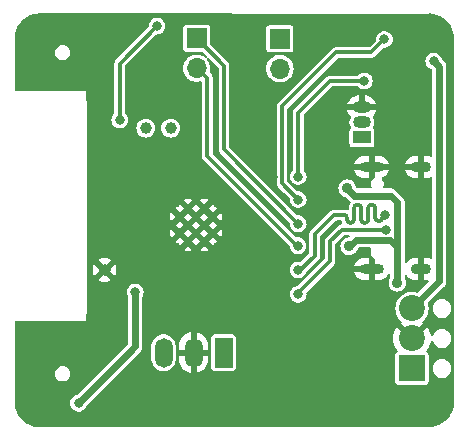
<source format=gbr>
%TF.GenerationSoftware,KiCad,Pcbnew,8.0.0*%
%TF.CreationDate,2024-03-16T23:45:48+01:00*%
%TF.ProjectId,tcs_controller,7463735f-636f-46e7-9472-6f6c6c65722e,1.0*%
%TF.SameCoordinates,Original*%
%TF.FileFunction,Copper,L2,Bot*%
%TF.FilePolarity,Positive*%
%FSLAX46Y46*%
G04 Gerber Fmt 4.6, Leading zero omitted, Abs format (unit mm)*
G04 Created by KiCad (PCBNEW 8.0.0) date 2024-03-16 23:45:48*
%MOMM*%
%LPD*%
G01*
G04 APERTURE LIST*
%TA.AperFunction,ComponentPad*%
%ADD10C,1.000000*%
%TD*%
%TA.AperFunction,ComponentPad*%
%ADD11R,1.700000X1.700000*%
%TD*%
%TA.AperFunction,ComponentPad*%
%ADD12O,1.700000X1.700000*%
%TD*%
%TA.AperFunction,ComponentPad*%
%ADD13O,2.000000X0.900000*%
%TD*%
%TA.AperFunction,ComponentPad*%
%ADD14O,1.700000X0.900000*%
%TD*%
%TA.AperFunction,ComponentPad*%
%ADD15R,1.500000X2.500000*%
%TD*%
%TA.AperFunction,ComponentPad*%
%ADD16O,1.500000X2.500000*%
%TD*%
%TA.AperFunction,ComponentPad*%
%ADD17R,2.200000X2.200000*%
%TD*%
%TA.AperFunction,ComponentPad*%
%ADD18C,2.200000*%
%TD*%
%TA.AperFunction,ComponentPad*%
%ADD19R,1.500000X1.050000*%
%TD*%
%TA.AperFunction,ComponentPad*%
%ADD20O,1.500000X1.050000*%
%TD*%
%TA.AperFunction,HeatsinkPad*%
%ADD21C,0.600000*%
%TD*%
%TA.AperFunction,ViaPad*%
%ADD22C,0.800000*%
%TD*%
%TA.AperFunction,ViaPad*%
%ADD23C,0.900000*%
%TD*%
%TA.AperFunction,Conductor*%
%ADD24C,0.300000*%
%TD*%
%TA.AperFunction,Conductor*%
%ADD25C,0.600000*%
%TD*%
G04 APERTURE END LIST*
D10*
%TO.P,J6,1,1*%
%TO.N,RX*%
X140400000Y-95700000D03*
%TD*%
%TO.P,J4,1,1*%
%TO.N,TX*%
X138300000Y-95700000D03*
%TD*%
D11*
%TO.P,J2,1,Pin_1*%
%TO.N,IO10*%
X142600000Y-88100000D03*
D12*
%TO.P,J2,2,Pin_2*%
%TO.N,IO9*%
X142600000Y-90640000D03*
%TD*%
D11*
%TO.P,J1,1,Pin_1*%
%TO.N,Net-(J1-Pin_1)*%
X149650000Y-88120000D03*
D12*
%TO.P,J1,2,Pin_2*%
%TO.N,IO38*%
X149650000Y-90660000D03*
%TD*%
D13*
%TO.P,J5,S1,SHIELD*%
%TO.N,GND*%
X157405000Y-107627500D03*
D14*
X161575000Y-107627500D03*
D13*
X157405000Y-98987500D03*
D14*
X161575000Y-98987500D03*
%TD*%
D15*
%TO.P,U2,1,Vin*%
%TO.N,Net-(U2-Vin)*%
X144880000Y-114717500D03*
D16*
%TO.P,U2,2,GND*%
%TO.N,GND*%
X142340000Y-114717500D03*
%TO.P,U2,3,Vout*%
%TO.N,+3V3*%
X139800000Y-114717500D03*
%TD*%
D17*
%TO.P,J3,1,Pin_1*%
%TO.N,VCC*%
X160832800Y-116052600D03*
D18*
%TO.P,J3,2,Pin_2*%
%TO.N,GND*%
X160832800Y-113512600D03*
%TO.P,J3,3,Pin_3*%
%TO.N,+24V Bus*%
X160832800Y-110972600D03*
%TD*%
D19*
%TO.P,Q1,1,C*%
%TO.N,Net-(Q1-C)*%
X156591000Y-96494600D03*
D20*
%TO.P,Q1,2,B*%
%TO.N,Net-(Q1-B)*%
X156591000Y-95224600D03*
%TO.P,Q1,3,E*%
%TO.N,GND*%
X156591000Y-93954600D03*
%TD*%
D21*
%TO.P,U1,41,GND*%
%TO.N,GND*%
X141860000Y-105300000D03*
X143260000Y-105300000D03*
X141160000Y-104600000D03*
X142560000Y-104600000D03*
X143960000Y-104600000D03*
X141860000Y-103900000D03*
X143260000Y-103900000D03*
X141160000Y-103200000D03*
X142560000Y-103200000D03*
X143960000Y-103200000D03*
X141860000Y-102500000D03*
X143260000Y-102500000D03*
%TD*%
D10*
%TO.P,J7,1,1*%
%TO.N,GND*%
X134800000Y-107700000D03*
%TD*%
D22*
%TO.N,GND*%
X159700000Y-90000000D03*
X152600000Y-86700000D03*
%TO.N,/EN*%
X137400000Y-109600000D03*
X132600000Y-119000000D03*
%TO.N,GND*%
X158500000Y-86900000D03*
X141600000Y-109500000D03*
X134800000Y-95000000D03*
X133273800Y-88061800D03*
X137400000Y-99700000D03*
X145338800Y-89382600D03*
X150500000Y-114200000D03*
X158300000Y-119600000D03*
X161600000Y-100800000D03*
X161600000Y-105800000D03*
X162804518Y-112290793D03*
X129819400Y-119481600D03*
X128016000Y-89890600D03*
X154200000Y-107900000D03*
X146200000Y-95000000D03*
X149100000Y-107700000D03*
X149084600Y-99800000D03*
X131250000Y-113600000D03*
X154100000Y-111000000D03*
X156800000Y-90200000D03*
X154200000Y-99100000D03*
%TO.N,IO9*%
X151180800Y-105664000D03*
%TO.N,IO10*%
X151200000Y-103800000D03*
%TO.N,IO1*%
X139250000Y-87075000D03*
X136082052Y-95000000D03*
%TO.N,USB_D+*%
X151200000Y-109777365D03*
X158600000Y-104297500D03*
%TO.N,IO13*%
X158500000Y-88200000D03*
%TO.N,IO14*%
X151200000Y-99801803D03*
%TO.N,USB_D-*%
X158569669Y-103047163D03*
X151200000Y-107700000D03*
%TO.N,IO14*%
X156800000Y-91700000D03*
%TO.N,IO13*%
X151200000Y-101750000D03*
D23*
%TO.N,+5V*%
X155350000Y-100800000D03*
X155524500Y-105707500D03*
X159600000Y-108800000D03*
D22*
%TO.N,+24V Bus*%
X162662500Y-90024500D03*
%TD*%
D24*
%TO.N,IO9*%
X151180800Y-105664000D02*
X151130000Y-105664000D01*
X143500000Y-98034000D02*
X143500000Y-91438000D01*
X151130000Y-105664000D02*
X143500000Y-98034000D01*
X143500000Y-91438000D02*
X142643000Y-90581000D01*
%TO.N,USB_D-*%
X155929669Y-103047163D02*
X155929669Y-103461882D01*
X154245731Y-103047163D02*
X152600000Y-104692894D01*
X155689669Y-103701882D02*
X155569669Y-103701882D01*
X156529669Y-103047163D02*
X156529669Y-102432451D01*
X156529669Y-103461882D02*
X156529669Y-103047163D01*
X157129669Y-103047163D02*
X157129669Y-103461882D01*
X152600000Y-106499200D02*
X151200000Y-107899200D01*
X155089669Y-103047163D02*
X154969669Y-103047163D01*
X157489669Y-102192454D02*
X157369669Y-102192454D01*
X156289669Y-102192451D02*
X156169669Y-102192451D01*
X158329669Y-103287163D02*
X158329669Y-103311874D01*
X155929669Y-102432451D02*
X155929669Y-103047163D01*
X157729669Y-103287163D02*
X157729669Y-102432454D01*
X158089669Y-103551874D02*
X157969669Y-103551874D01*
X152600000Y-104692894D02*
X152600000Y-106249200D01*
X154969669Y-103047163D02*
X154245731Y-103047163D01*
X156889669Y-103701882D02*
X156769669Y-103701882D01*
X157129669Y-102432454D02*
X157129669Y-103047163D01*
X155329669Y-103461882D02*
X155329669Y-103287163D01*
X152600000Y-106249200D02*
X152600000Y-106499200D01*
X157729669Y-103311874D02*
X157729669Y-103287163D01*
X157969669Y-103551874D02*
G75*
G02*
X157729726Y-103311874I31J239974D01*
G01*
X158569669Y-103047163D02*
G75*
G03*
X158329663Y-103287163I31J-240037D01*
G01*
X156769669Y-103701882D02*
G75*
G02*
X156529718Y-103461882I31J239982D01*
G01*
X156169669Y-102192451D02*
G75*
G03*
X155929751Y-102432451I31J-239949D01*
G01*
X155929669Y-103461882D02*
G75*
G02*
X155689669Y-103701869I-239969J-18D01*
G01*
X158329669Y-103311874D02*
G75*
G02*
X158089669Y-103551869I-239969J-26D01*
G01*
X155329669Y-103287163D02*
G75*
G03*
X155089669Y-103047231I-239969J-37D01*
G01*
X155569669Y-103701882D02*
G75*
G02*
X155329718Y-103461882I31J239982D01*
G01*
X156529669Y-102432451D02*
G75*
G03*
X156289669Y-102192431I-239969J51D01*
G01*
X157369669Y-102192454D02*
G75*
G03*
X157129654Y-102432454I31J-240046D01*
G01*
X157129669Y-103461882D02*
G75*
G02*
X156889669Y-103701869I-239969J-18D01*
G01*
X157729669Y-102432454D02*
G75*
G03*
X157489669Y-102192531I-239969J-46D01*
G01*
D25*
%TO.N,+5V*%
X159015000Y-101415000D02*
X155965000Y-101415000D01*
X159600000Y-102000000D02*
X159015000Y-101415000D01*
X159600000Y-108800000D02*
X159600000Y-102000000D01*
X155965000Y-101415000D02*
X155350000Y-100800000D01*
D24*
%TO.N,IO13*%
X149834600Y-93865400D02*
X149834600Y-100384600D01*
X157400000Y-89300000D02*
X154400000Y-89300000D01*
X154400000Y-89300000D02*
X149834600Y-93865400D01*
X158500000Y-88200000D02*
X157400000Y-89300000D01*
X149834600Y-100384600D02*
X151200000Y-101750000D01*
%TO.N,IO14*%
X153900000Y-91700000D02*
X151200000Y-94400000D01*
X156800000Y-91700000D02*
X153900000Y-91700000D01*
X151200000Y-94400000D02*
X151200000Y-99801803D01*
%TO.N,IO13*%
X158500000Y-88200000D02*
X158400000Y-88300000D01*
D25*
%TO.N,+24V Bus*%
X163144200Y-108661200D02*
X160832800Y-110972600D01*
X163144200Y-90506200D02*
X163144200Y-108661200D01*
X162662500Y-90024500D02*
X163144200Y-90506200D01*
D24*
%TO.N,USB_D+*%
X154902500Y-104297500D02*
X158600000Y-104297500D01*
X151200000Y-109777365D02*
X151200000Y-109677363D01*
X151200000Y-109677363D02*
X153898600Y-106978763D01*
X153898600Y-106978763D02*
X153898600Y-105301400D01*
X153898600Y-105301400D02*
X154902500Y-104297500D01*
D25*
%TO.N,/EN*%
X132600000Y-118987000D02*
X137400000Y-114187000D01*
X132600000Y-119000000D02*
X132600000Y-118987000D01*
X137400000Y-114187000D02*
X137400000Y-109600000D01*
D24*
%TO.N,IO10*%
X144907000Y-90408200D02*
X142591400Y-88092600D01*
X144907000Y-97507000D02*
X144907000Y-90408200D01*
X151249998Y-103800000D02*
X151200000Y-103800000D01*
X151200000Y-103800000D02*
X144907000Y-97507000D01*
%TO.N,IO1*%
X136082052Y-95000000D02*
X136082052Y-90242948D01*
X136082052Y-90242948D02*
X139250000Y-87075000D01*
D25*
%TO.N,+5V*%
X156107500Y-105200000D02*
X159000000Y-105200000D01*
X159000000Y-105200000D02*
X159600000Y-105800000D01*
X155600000Y-105707500D02*
X156107500Y-105200000D01*
%TD*%
%TA.AperFunction,Conductor*%
%TO.N,GND*%
G36*
X162196756Y-86000000D02*
G01*
X162342274Y-85997046D01*
X162354608Y-85997567D01*
X162643171Y-86027884D01*
X162657057Y-86030354D01*
X162937509Y-86101212D01*
X162950915Y-86105637D01*
X163218424Y-86215683D01*
X163231065Y-86221973D01*
X163480188Y-86368969D01*
X163491806Y-86376995D01*
X163717468Y-86557944D01*
X163727828Y-86567542D01*
X163925453Y-86778774D01*
X163934321Y-86789724D01*
X164099879Y-87026942D01*
X164107111Y-87039065D01*
X164237212Y-87297404D01*
X164242649Y-87310440D01*
X164334661Y-87584663D01*
X164338188Y-87598341D01*
X164390398Y-87883745D01*
X164391859Y-87896022D01*
X164399845Y-88038563D01*
X164400000Y-88044101D01*
X164400000Y-118799983D01*
X164403023Y-118945493D01*
X164402502Y-118957891D01*
X164372195Y-119246428D01*
X164369721Y-119260335D01*
X164298870Y-119540788D01*
X164294442Y-119554201D01*
X164184401Y-119821711D01*
X164178110Y-119834357D01*
X164031110Y-120083498D01*
X164023082Y-120095121D01*
X163842131Y-120320793D01*
X163832531Y-120331155D01*
X163621300Y-120528783D01*
X163610323Y-120537673D01*
X163373117Y-120703227D01*
X163360987Y-120710464D01*
X163102633Y-120840575D01*
X163089596Y-120846012D01*
X162815363Y-120938028D01*
X162801685Y-120941555D01*
X162516310Y-120993761D01*
X162503949Y-120995227D01*
X162361393Y-121003093D01*
X162355929Y-121003243D01*
X129406325Y-121000003D01*
X129361974Y-120999999D01*
X129361973Y-120999999D01*
X129361964Y-120999999D01*
X129219366Y-121003061D01*
X129206966Y-121002549D01*
X128924138Y-120973036D01*
X128910223Y-120970570D01*
X128635317Y-120901298D01*
X128621895Y-120896876D01*
X128359654Y-120789170D01*
X128346998Y-120782881D01*
X128102755Y-120638927D01*
X128091129Y-120630905D01*
X127869867Y-120453640D01*
X127859513Y-120444053D01*
X127665748Y-120237096D01*
X127656852Y-120226119D01*
X127561510Y-120089594D01*
X127494528Y-119993679D01*
X127487287Y-119981547D01*
X127359720Y-119728380D01*
X127354277Y-119715338D01*
X127300183Y-119554201D01*
X127264048Y-119446561D01*
X127260523Y-119432893D01*
X127209331Y-119153190D01*
X127207865Y-119140827D01*
X127200151Y-119001136D01*
X127200120Y-119000000D01*
X131894355Y-119000000D01*
X131914860Y-119168872D01*
X131975182Y-119327930D01*
X132071817Y-119467929D01*
X132199148Y-119580734D01*
X132349775Y-119659790D01*
X132514944Y-119700500D01*
X132514947Y-119700500D01*
X132685053Y-119700500D01*
X132685056Y-119700500D01*
X132850225Y-119659790D01*
X133000852Y-119580734D01*
X133128183Y-119467929D01*
X133224818Y-119327930D01*
X133285140Y-119168872D01*
X133285140Y-119168871D01*
X133287264Y-119163271D01*
X133288962Y-119163915D01*
X133310467Y-119125766D01*
X137115267Y-115320967D01*
X138749500Y-115320967D01*
X138789869Y-115523918D01*
X138869058Y-115715097D01*
X138984020Y-115887151D01*
X138984023Y-115887155D01*
X139130345Y-116033477D01*
X139302402Y-116148441D01*
X139493580Y-116227630D01*
X139696535Y-116268000D01*
X139696536Y-116268000D01*
X139903464Y-116268000D01*
X139903465Y-116268000D01*
X140106420Y-116227630D01*
X140297598Y-116148441D01*
X140469655Y-116033477D01*
X140615977Y-115887155D01*
X140730941Y-115715098D01*
X140810130Y-115523920D01*
X140850500Y-115320965D01*
X140850500Y-115316510D01*
X141082000Y-115316510D01*
X141112974Y-115512077D01*
X141174166Y-115700404D01*
X141264060Y-115876834D01*
X141380450Y-116037030D01*
X141520469Y-116177049D01*
X141680665Y-116293439D01*
X141857095Y-116383333D01*
X142045424Y-116444525D01*
X142045420Y-116444525D01*
X142085999Y-116450951D01*
X142086000Y-116450950D01*
X142086000Y-115148202D01*
X142147007Y-115183425D01*
X142274174Y-115217500D01*
X142405826Y-115217500D01*
X142532993Y-115183425D01*
X142594000Y-115148202D01*
X142594000Y-116450951D01*
X142634577Y-116444525D01*
X142822904Y-116383333D01*
X142999334Y-116293439D01*
X143159530Y-116177049D01*
X143299549Y-116037030D01*
X143317473Y-116012360D01*
X143829500Y-116012360D01*
X143829501Y-116012363D01*
X143832414Y-116037490D01*
X143853538Y-116085331D01*
X143877794Y-116140265D01*
X143957235Y-116219706D01*
X144060009Y-116265085D01*
X144085135Y-116268000D01*
X145674864Y-116267999D01*
X145699991Y-116265085D01*
X145802765Y-116219706D01*
X145882206Y-116140265D01*
X145927585Y-116037491D01*
X145930500Y-116012365D01*
X145930499Y-113422636D01*
X145927585Y-113397509D01*
X145882206Y-113294735D01*
X145802765Y-113215294D01*
X145699991Y-113169915D01*
X145699990Y-113169914D01*
X145699988Y-113169914D01*
X145674868Y-113167000D01*
X144085139Y-113167000D01*
X144085136Y-113167001D01*
X144060009Y-113169914D01*
X143957235Y-113215294D01*
X143877794Y-113294735D01*
X143832414Y-113397511D01*
X143829500Y-113422630D01*
X143829500Y-116012360D01*
X143317473Y-116012360D01*
X143415939Y-115876834D01*
X143505833Y-115700404D01*
X143567025Y-115512077D01*
X143598000Y-115316510D01*
X143598000Y-114971501D01*
X143597999Y-114971500D01*
X142770703Y-114971500D01*
X142805925Y-114910493D01*
X142840000Y-114783326D01*
X142840000Y-114651674D01*
X142805925Y-114524507D01*
X142770703Y-114463500D01*
X143597999Y-114463500D01*
X143598000Y-114463499D01*
X143598000Y-114118489D01*
X143567025Y-113922922D01*
X143505833Y-113734595D01*
X143415939Y-113558165D01*
X143299549Y-113397969D01*
X143159530Y-113257950D01*
X142999334Y-113141560D01*
X142822904Y-113051666D01*
X142634579Y-112990476D01*
X142594000Y-112984048D01*
X142594000Y-114286797D01*
X142532993Y-114251575D01*
X142405826Y-114217500D01*
X142274174Y-114217500D01*
X142147007Y-114251575D01*
X142086000Y-114286797D01*
X142086000Y-112984048D01*
X142085999Y-112984048D01*
X142045420Y-112990476D01*
X141857095Y-113051666D01*
X141680665Y-113141560D01*
X141520469Y-113257950D01*
X141380450Y-113397969D01*
X141264060Y-113558165D01*
X141174166Y-113734595D01*
X141112974Y-113922922D01*
X141082000Y-114118489D01*
X141082000Y-114463499D01*
X141082001Y-114463500D01*
X141909297Y-114463500D01*
X141874075Y-114524507D01*
X141840000Y-114651674D01*
X141840000Y-114783326D01*
X141874075Y-114910493D01*
X141909297Y-114971500D01*
X141082001Y-114971500D01*
X141082000Y-114971501D01*
X141082000Y-115316510D01*
X140850500Y-115316510D01*
X140850500Y-114114035D01*
X140810130Y-113911080D01*
X140730941Y-113719902D01*
X140615977Y-113547845D01*
X140469655Y-113401523D01*
X140469651Y-113401520D01*
X140297597Y-113286558D01*
X140106418Y-113207369D01*
X139903467Y-113167000D01*
X139903465Y-113167000D01*
X139696535Y-113167000D01*
X139696532Y-113167000D01*
X139493581Y-113207369D01*
X139302402Y-113286558D01*
X139130348Y-113401520D01*
X138984020Y-113547848D01*
X138869058Y-113719902D01*
X138789869Y-113911081D01*
X138749500Y-114114032D01*
X138749500Y-115320967D01*
X137115267Y-115320967D01*
X137768713Y-114667521D01*
X137768716Y-114667520D01*
X137880520Y-114555716D01*
X137930639Y-114468904D01*
X137959577Y-114418785D01*
X138000500Y-114266057D01*
X138000500Y-114107943D01*
X138000500Y-109994010D01*
X138018026Y-109937769D01*
X138024818Y-109927930D01*
X138081919Y-109777366D01*
X150494355Y-109777366D01*
X150496634Y-109796132D01*
X150514860Y-109946237D01*
X150575182Y-110105295D01*
X150642529Y-110202863D01*
X150671816Y-110245292D01*
X150671818Y-110245295D01*
X150692039Y-110263209D01*
X150799148Y-110358099D01*
X150949775Y-110437155D01*
X151114944Y-110477865D01*
X151114947Y-110477865D01*
X151285053Y-110477865D01*
X151285056Y-110477865D01*
X151450225Y-110437155D01*
X151600852Y-110358099D01*
X151728183Y-110245294D01*
X151824818Y-110105295D01*
X151885140Y-109946237D01*
X151905645Y-109777365D01*
X151904613Y-109768870D01*
X151903777Y-109761983D01*
X151893205Y-109674920D01*
X151904960Y-109614878D01*
X151921475Y-109592989D01*
X154259090Y-107255377D01*
X154318399Y-107152650D01*
X154327344Y-107119266D01*
X154349100Y-107038072D01*
X154349100Y-105529011D01*
X154368007Y-105470820D01*
X154378096Y-105459007D01*
X155060107Y-104776996D01*
X155114624Y-104749219D01*
X155130111Y-104748000D01*
X155471256Y-104748000D01*
X155529447Y-104766907D01*
X155565411Y-104816407D01*
X155565411Y-104877593D01*
X155541257Y-104917006D01*
X155528157Y-104930105D01*
X155473639Y-104957881D01*
X155469241Y-104958476D01*
X155356441Y-104971186D01*
X155356439Y-104971186D01*
X155196809Y-105027044D01*
X155196808Y-105027044D01*
X155053613Y-105117020D01*
X154934020Y-105236613D01*
X154844044Y-105379808D01*
X154844044Y-105379809D01*
X154788188Y-105539434D01*
X154788185Y-105539446D01*
X154769251Y-105707495D01*
X154769251Y-105707504D01*
X154788185Y-105875553D01*
X154788188Y-105875565D01*
X154844044Y-106035190D01*
X154844044Y-106035191D01*
X154900491Y-106125025D01*
X154934023Y-106178390D01*
X155053610Y-106297977D01*
X155053612Y-106297978D01*
X155053613Y-106297979D01*
X155159478Y-106364499D01*
X155196810Y-106387956D01*
X155259766Y-106409985D01*
X155356434Y-106443811D01*
X155356438Y-106443812D01*
X155356441Y-106443813D01*
X155356442Y-106443813D01*
X155356446Y-106443814D01*
X155524496Y-106462749D01*
X155524500Y-106462749D01*
X155524504Y-106462749D01*
X155692553Y-106443814D01*
X155692555Y-106443813D01*
X155692559Y-106443813D01*
X155852190Y-106387956D01*
X155995390Y-106297977D01*
X156114977Y-106178390D01*
X156204956Y-106035190D01*
X156242390Y-105928205D01*
X156265829Y-105890905D01*
X156327240Y-105829495D01*
X156381757Y-105801719D01*
X156397242Y-105800500D01*
X157307073Y-105800500D01*
X157365264Y-105819407D01*
X157401228Y-105868907D01*
X157401228Y-105930093D01*
X157392809Y-105949001D01*
X157372017Y-105985012D01*
X157372016Y-105985014D01*
X157372016Y-105985015D01*
X157358571Y-106035191D01*
X157334500Y-106125025D01*
X157334500Y-106269974D01*
X157372017Y-106409989D01*
X157444487Y-106535510D01*
X157444489Y-106535512D01*
X157444491Y-106535515D01*
X157546985Y-106638009D01*
X157609500Y-106674102D01*
X157650441Y-106719570D01*
X157659000Y-106759838D01*
X157659000Y-107327500D01*
X157151000Y-107327500D01*
X157151000Y-106669501D01*
X157150999Y-106669500D01*
X156760642Y-106669500D01*
X156575562Y-106706316D01*
X156575560Y-106706316D01*
X156401218Y-106778531D01*
X156244312Y-106883372D01*
X156110872Y-107016812D01*
X156006031Y-107173718D01*
X155933816Y-107348060D01*
X155933816Y-107348062D01*
X155928755Y-107373500D01*
X156694940Y-107373500D01*
X156670795Y-107387440D01*
X156614940Y-107443295D01*
X156575444Y-107511704D01*
X156555000Y-107588004D01*
X156555000Y-107666996D01*
X156575444Y-107743296D01*
X156614940Y-107811705D01*
X156670795Y-107867560D01*
X156694940Y-107881500D01*
X155928756Y-107881500D01*
X155933816Y-107906937D01*
X155933816Y-107906939D01*
X156006031Y-108081281D01*
X156110872Y-108238187D01*
X156244312Y-108371627D01*
X156401218Y-108476468D01*
X156575561Y-108548683D01*
X156760642Y-108585499D01*
X156760646Y-108585500D01*
X157150999Y-108585500D01*
X157151000Y-108585499D01*
X157151000Y-107927500D01*
X157659000Y-107927500D01*
X157659000Y-108585499D01*
X157659001Y-108585500D01*
X158049354Y-108585500D01*
X158049357Y-108585499D01*
X158234437Y-108548683D01*
X158234439Y-108548683D01*
X158408781Y-108476468D01*
X158565687Y-108371627D01*
X158699127Y-108238187D01*
X158803967Y-108081284D01*
X158809035Y-108069049D01*
X158848771Y-108022523D01*
X158908266Y-108008238D01*
X158964794Y-108031652D01*
X158996764Y-108083820D01*
X158999500Y-108106933D01*
X158999500Y-108316539D01*
X158984326Y-108369210D01*
X158919544Y-108472308D01*
X158919544Y-108472309D01*
X158863688Y-108631934D01*
X158863685Y-108631946D01*
X158844751Y-108799995D01*
X158844751Y-108800004D01*
X158863685Y-108968053D01*
X158863688Y-108968065D01*
X158919544Y-109127690D01*
X158919544Y-109127691D01*
X158962863Y-109196632D01*
X159009523Y-109270890D01*
X159129110Y-109390477D01*
X159129112Y-109390478D01*
X159129113Y-109390479D01*
X159222940Y-109449435D01*
X159272310Y-109480456D01*
X159336232Y-109502823D01*
X159431934Y-109536311D01*
X159431938Y-109536312D01*
X159431941Y-109536313D01*
X159431942Y-109536313D01*
X159431946Y-109536314D01*
X159599996Y-109555249D01*
X159600000Y-109555249D01*
X159600004Y-109555249D01*
X159768053Y-109536314D01*
X159768055Y-109536313D01*
X159768059Y-109536313D01*
X159927690Y-109480456D01*
X160070890Y-109390477D01*
X160190477Y-109270890D01*
X160280456Y-109127690D01*
X160336313Y-108968059D01*
X160355249Y-108800000D01*
X160355249Y-108799995D01*
X160336314Y-108631946D01*
X160336311Y-108631934D01*
X160307180Y-108548683D01*
X160280456Y-108472310D01*
X160215674Y-108369210D01*
X160200500Y-108316539D01*
X160200500Y-108219770D01*
X160219407Y-108161579D01*
X160268907Y-108125615D01*
X160330093Y-108125615D01*
X160379593Y-108161579D01*
X160381815Y-108164768D01*
X160430872Y-108238187D01*
X160564312Y-108371627D01*
X160721218Y-108476468D01*
X160895561Y-108548683D01*
X161080642Y-108585499D01*
X161080646Y-108585500D01*
X161320999Y-108585500D01*
X161321000Y-108585499D01*
X161321000Y-107927500D01*
X161829000Y-107927500D01*
X161829000Y-108585499D01*
X161829001Y-108585500D01*
X162069354Y-108585500D01*
X162069365Y-108585498D01*
X162125390Y-108574354D01*
X162186151Y-108581544D01*
X162231081Y-108623076D01*
X162243019Y-108683086D01*
X162217404Y-108738651D01*
X162214709Y-108741455D01*
X161346605Y-109609558D01*
X161292088Y-109637335D01*
X161244457Y-109633190D01*
X161177785Y-109610302D01*
X160948849Y-109572100D01*
X160716751Y-109572100D01*
X160487822Y-109610301D01*
X160268293Y-109685665D01*
X160064173Y-109796130D01*
X160064170Y-109796132D01*
X159881019Y-109938684D01*
X159881016Y-109938686D01*
X159881016Y-109938687D01*
X159723821Y-110109447D01*
X159596876Y-110303751D01*
X159514772Y-110490930D01*
X159503643Y-110516301D01*
X159446665Y-110741296D01*
X159427500Y-110972600D01*
X159446665Y-111203903D01*
X159447221Y-111206097D01*
X159503643Y-111428900D01*
X159596876Y-111641449D01*
X159682887Y-111773099D01*
X159723820Y-111835752D01*
X159879480Y-112004845D01*
X159881016Y-112006513D01*
X159902751Y-112023430D01*
X159914413Y-112032507D01*
X159948721Y-112083170D01*
X159946697Y-112144321D01*
X159909116Y-112192605D01*
X159905334Y-112195043D01*
X159886187Y-112206776D01*
X160667027Y-112987616D01*
X160620508Y-113000082D01*
X160495092Y-113072490D01*
X160392690Y-113174892D01*
X160320282Y-113300308D01*
X160307816Y-113346827D01*
X159526976Y-112565987D01*
X159395630Y-112780326D01*
X159395629Y-112780328D01*
X159298772Y-113014162D01*
X159239685Y-113260277D01*
X159219828Y-113512600D01*
X159239685Y-113764922D01*
X159298772Y-114011037D01*
X159395629Y-114244871D01*
X159395632Y-114244877D01*
X159527876Y-114460678D01*
X159527882Y-114460686D01*
X159598974Y-114543924D01*
X159622389Y-114600451D01*
X159608105Y-114659946D01*
X159563684Y-114698782D01*
X159562774Y-114699184D01*
X159560036Y-114700393D01*
X159480594Y-114779835D01*
X159435214Y-114882611D01*
X159432300Y-114907730D01*
X159432300Y-117197460D01*
X159432301Y-117197463D01*
X159435214Y-117222590D01*
X159460556Y-117279985D01*
X159480594Y-117325365D01*
X159560035Y-117404806D01*
X159662809Y-117450185D01*
X159687935Y-117453100D01*
X161977664Y-117453099D01*
X162002791Y-117450185D01*
X162105565Y-117404806D01*
X162185006Y-117325365D01*
X162230385Y-117222591D01*
X162233300Y-117197465D01*
X162233300Y-116131444D01*
X162572300Y-116131444D01*
X162584321Y-116191874D01*
X162598883Y-116265085D01*
X162603063Y-116286096D01*
X162603063Y-116286098D01*
X162663403Y-116431774D01*
X162663409Y-116431785D01*
X162676216Y-116450951D01*
X162751011Y-116562889D01*
X162862511Y-116674389D01*
X162940676Y-116726617D01*
X162993614Y-116761990D01*
X162993625Y-116761996D01*
X163047438Y-116784285D01*
X163139303Y-116822337D01*
X163293958Y-116853100D01*
X163293959Y-116853100D01*
X163451641Y-116853100D01*
X163451642Y-116853100D01*
X163606297Y-116822337D01*
X163751979Y-116761994D01*
X163883089Y-116674389D01*
X163994589Y-116562889D01*
X164082194Y-116431779D01*
X164142537Y-116286097D01*
X164173300Y-116131442D01*
X164173300Y-115973758D01*
X164142537Y-115819103D01*
X164082194Y-115673421D01*
X164082193Y-115673419D01*
X164082190Y-115673414D01*
X164046817Y-115620476D01*
X163994589Y-115542311D01*
X163883089Y-115430811D01*
X163830859Y-115395912D01*
X163751985Y-115343209D01*
X163751974Y-115343203D01*
X163606297Y-115282863D01*
X163451644Y-115252100D01*
X163451642Y-115252100D01*
X163293958Y-115252100D01*
X163293955Y-115252100D01*
X163139303Y-115282863D01*
X163139301Y-115282863D01*
X162993625Y-115343203D01*
X162993614Y-115343209D01*
X162862511Y-115430811D01*
X162862507Y-115430814D01*
X162751014Y-115542307D01*
X162751011Y-115542311D01*
X162663409Y-115673414D01*
X162663403Y-115673425D01*
X162603063Y-115819101D01*
X162603063Y-115819103D01*
X162572300Y-115973755D01*
X162572300Y-116131444D01*
X162233300Y-116131444D01*
X162233299Y-114907736D01*
X162230385Y-114882609D01*
X162185006Y-114779835D01*
X162105565Y-114700394D01*
X162101917Y-114698783D01*
X162056322Y-114657984D01*
X162043416Y-114598175D01*
X162066625Y-114543923D01*
X162137722Y-114460679D01*
X162137723Y-114460678D01*
X162269967Y-114244877D01*
X162269970Y-114244871D01*
X162366827Y-114011038D01*
X162422647Y-113778528D01*
X162454616Y-113726359D01*
X162511144Y-113702944D01*
X162570639Y-113717227D01*
X162610376Y-113763753D01*
X162663405Y-113891777D01*
X162663409Y-113891785D01*
X162713841Y-113967260D01*
X162751011Y-114022889D01*
X162862511Y-114134389D01*
X162940676Y-114186617D01*
X162993614Y-114221990D01*
X162993625Y-114221996D01*
X163047438Y-114244285D01*
X163139303Y-114282337D01*
X163293958Y-114313100D01*
X163293959Y-114313100D01*
X163451641Y-114313100D01*
X163451642Y-114313100D01*
X163606297Y-114282337D01*
X163751979Y-114221994D01*
X163883089Y-114134389D01*
X163994589Y-114022889D01*
X164082194Y-113891779D01*
X164142537Y-113746097D01*
X164173300Y-113591442D01*
X164173300Y-113433758D01*
X164142537Y-113279103D01*
X164116107Y-113215294D01*
X164082196Y-113133425D01*
X164082190Y-113133414D01*
X164027567Y-113051666D01*
X163994589Y-113002311D01*
X163883089Y-112890811D01*
X163830859Y-112855912D01*
X163751985Y-112803209D01*
X163751974Y-112803203D01*
X163606297Y-112742863D01*
X163451644Y-112712100D01*
X163451642Y-112712100D01*
X163293958Y-112712100D01*
X163293955Y-112712100D01*
X163139303Y-112742863D01*
X163139301Y-112742863D01*
X162993625Y-112803203D01*
X162993614Y-112803209D01*
X162862511Y-112890811D01*
X162862507Y-112890814D01*
X162751014Y-113002307D01*
X162751011Y-113002311D01*
X162663409Y-113133414D01*
X162663405Y-113133422D01*
X162610376Y-113261446D01*
X162570639Y-113307971D01*
X162511144Y-113322255D01*
X162454617Y-113298840D01*
X162422647Y-113246671D01*
X162366827Y-113014161D01*
X162269970Y-112780328D01*
X162269964Y-112780316D01*
X162138622Y-112565987D01*
X161357782Y-113346826D01*
X161345318Y-113300308D01*
X161272910Y-113174892D01*
X161170508Y-113072490D01*
X161045092Y-113000082D01*
X160998570Y-112987616D01*
X161779411Y-112206776D01*
X161760265Y-112195044D01*
X161720528Y-112148518D01*
X161715727Y-112087521D01*
X161747696Y-112035352D01*
X161751164Y-112032524D01*
X161784584Y-112006513D01*
X161941779Y-111835753D01*
X162068724Y-111641449D01*
X162161957Y-111428900D01*
X162218934Y-111203905D01*
X162231567Y-111051444D01*
X162572300Y-111051444D01*
X162603063Y-111206096D01*
X162603063Y-111206098D01*
X162663403Y-111351774D01*
X162663409Y-111351785D01*
X162714935Y-111428898D01*
X162751011Y-111482889D01*
X162862511Y-111594389D01*
X162932937Y-111641446D01*
X162993614Y-111681990D01*
X162993625Y-111681996D01*
X163047438Y-111704285D01*
X163139303Y-111742337D01*
X163293958Y-111773100D01*
X163293959Y-111773100D01*
X163451641Y-111773100D01*
X163451642Y-111773100D01*
X163606297Y-111742337D01*
X163751979Y-111681994D01*
X163883089Y-111594389D01*
X163994589Y-111482889D01*
X164082194Y-111351779D01*
X164142537Y-111206097D01*
X164173300Y-111051442D01*
X164173300Y-110893758D01*
X164142537Y-110739103D01*
X164082194Y-110593421D01*
X164082193Y-110593419D01*
X164082190Y-110593414D01*
X164030663Y-110516300D01*
X163994589Y-110462311D01*
X163883089Y-110350811D01*
X163812659Y-110303751D01*
X163751985Y-110263209D01*
X163751974Y-110263203D01*
X163606297Y-110202863D01*
X163451644Y-110172100D01*
X163451642Y-110172100D01*
X163293958Y-110172100D01*
X163293955Y-110172100D01*
X163139303Y-110202863D01*
X163139301Y-110202863D01*
X162993625Y-110263203D01*
X162993614Y-110263209D01*
X162862511Y-110350811D01*
X162862507Y-110350814D01*
X162751014Y-110462307D01*
X162751011Y-110462311D01*
X162663409Y-110593414D01*
X162663403Y-110593425D01*
X162603063Y-110739101D01*
X162603063Y-110739103D01*
X162572300Y-110893755D01*
X162572300Y-111051444D01*
X162231567Y-111051444D01*
X162238100Y-110972600D01*
X162218934Y-110741295D01*
X162170993Y-110551982D01*
X162175036Y-110490930D01*
X162196957Y-110457676D01*
X163512913Y-109141721D01*
X163512916Y-109141720D01*
X163624720Y-109029916D01*
X163676511Y-108940210D01*
X163703777Y-108892985D01*
X163744700Y-108740258D01*
X163744700Y-108582143D01*
X163744700Y-90593245D01*
X163744701Y-90593232D01*
X163744701Y-90427142D01*
X163744700Y-90427140D01*
X163737576Y-90400555D01*
X163703777Y-90274416D01*
X163624720Y-90137484D01*
X163511734Y-90024498D01*
X163365583Y-89878346D01*
X163343021Y-89843450D01*
X163287318Y-89696570D01*
X163190683Y-89556571D01*
X163063352Y-89443766D01*
X162912725Y-89364710D01*
X162912724Y-89364709D01*
X162912723Y-89364709D01*
X162747558Y-89324000D01*
X162747556Y-89324000D01*
X162577444Y-89324000D01*
X162577441Y-89324000D01*
X162412276Y-89364709D01*
X162261646Y-89443767D01*
X162134318Y-89556569D01*
X162134316Y-89556572D01*
X162086599Y-89625702D01*
X162037682Y-89696570D01*
X161981980Y-89843448D01*
X161977360Y-89855629D01*
X161956855Y-90024498D01*
X161956855Y-90024501D01*
X161960163Y-90051743D01*
X161977360Y-90193372D01*
X162037682Y-90352430D01*
X162134317Y-90492429D01*
X162261648Y-90605234D01*
X162412275Y-90684290D01*
X162466138Y-90697565D01*
X162512449Y-90723684D01*
X162514704Y-90725939D01*
X162542481Y-90780456D01*
X162543700Y-90795943D01*
X162543700Y-98037968D01*
X162524793Y-98096159D01*
X162475293Y-98132123D01*
X162414107Y-98132123D01*
X162406815Y-98129432D01*
X162254438Y-98066316D01*
X162069357Y-98029500D01*
X161829001Y-98029500D01*
X161829000Y-98029501D01*
X161829000Y-98687500D01*
X161321000Y-98687500D01*
X161321000Y-98029501D01*
X161320999Y-98029500D01*
X161080642Y-98029500D01*
X160895562Y-98066316D01*
X160895560Y-98066316D01*
X160721218Y-98138531D01*
X160564312Y-98243372D01*
X160430872Y-98376812D01*
X160326031Y-98533718D01*
X160253816Y-98708060D01*
X160253816Y-98708062D01*
X160248755Y-98733500D01*
X161014940Y-98733500D01*
X160990795Y-98747440D01*
X160934940Y-98803295D01*
X160895444Y-98871704D01*
X160875000Y-98948004D01*
X160875000Y-99026996D01*
X160895444Y-99103296D01*
X160934940Y-99171705D01*
X160990795Y-99227560D01*
X161014940Y-99241500D01*
X160248756Y-99241500D01*
X160253816Y-99266937D01*
X160253816Y-99266939D01*
X160326031Y-99441281D01*
X160430872Y-99598187D01*
X160564312Y-99731627D01*
X160721218Y-99836468D01*
X160895561Y-99908683D01*
X161080642Y-99945499D01*
X161080646Y-99945500D01*
X161320999Y-99945500D01*
X161321000Y-99945499D01*
X161321000Y-99287500D01*
X161829000Y-99287500D01*
X161829000Y-99945499D01*
X161829001Y-99945500D01*
X162069354Y-99945500D01*
X162069357Y-99945499D01*
X162254436Y-99908684D01*
X162406814Y-99845567D01*
X162467811Y-99840766D01*
X162519980Y-99872736D01*
X162543395Y-99929263D01*
X162543700Y-99937031D01*
X162543700Y-106677968D01*
X162524793Y-106736159D01*
X162475293Y-106772123D01*
X162414107Y-106772123D01*
X162406815Y-106769432D01*
X162254438Y-106706316D01*
X162069357Y-106669500D01*
X161829001Y-106669500D01*
X161829000Y-106669501D01*
X161829000Y-107327500D01*
X161321000Y-107327500D01*
X161321000Y-106669501D01*
X161320999Y-106669500D01*
X161080642Y-106669500D01*
X160895562Y-106706316D01*
X160895560Y-106706316D01*
X160721218Y-106778531D01*
X160564312Y-106883372D01*
X160430872Y-107016812D01*
X160381815Y-107090231D01*
X160333765Y-107128110D01*
X160272627Y-107130512D01*
X160221753Y-107096519D01*
X160200576Y-107039115D01*
X160200500Y-107035229D01*
X160200500Y-102087044D01*
X160200501Y-102087031D01*
X160200501Y-101920945D01*
X160200501Y-101920943D01*
X160159577Y-101768215D01*
X160159112Y-101767410D01*
X160138747Y-101732137D01*
X160089469Y-101646785D01*
X160080520Y-101631284D01*
X159968716Y-101519480D01*
X159968713Y-101519478D01*
X159495521Y-101046286D01*
X159495520Y-101046284D01*
X159383716Y-100934480D01*
X159383713Y-100934478D01*
X159287721Y-100879057D01*
X159287718Y-100879056D01*
X159246788Y-100855424D01*
X159246785Y-100855423D01*
X159094057Y-100814499D01*
X158935943Y-100814499D01*
X158929880Y-100814499D01*
X158929864Y-100814500D01*
X158462927Y-100814500D01*
X158404736Y-100795593D01*
X158368772Y-100746093D01*
X158368772Y-100684907D01*
X158377191Y-100665999D01*
X158379956Y-100661210D01*
X158397984Y-100629985D01*
X158435500Y-100489975D01*
X158435500Y-100345025D01*
X158397984Y-100205015D01*
X158397982Y-100205012D01*
X158397982Y-100205010D01*
X158325512Y-100079489D01*
X158325510Y-100079487D01*
X158325509Y-100079485D01*
X158282825Y-100036801D01*
X158255050Y-99982287D01*
X158264621Y-99921855D01*
X158307886Y-99878590D01*
X158314946Y-99875336D01*
X158408782Y-99836468D01*
X158565687Y-99731627D01*
X158699127Y-99598187D01*
X158803968Y-99441281D01*
X158876183Y-99266939D01*
X158876183Y-99266937D01*
X158881244Y-99241500D01*
X158115060Y-99241500D01*
X158139205Y-99227560D01*
X158195060Y-99171705D01*
X158234556Y-99103296D01*
X158255000Y-99026996D01*
X158255000Y-98948004D01*
X158234556Y-98871704D01*
X158195060Y-98803295D01*
X158139205Y-98747440D01*
X158115060Y-98733500D01*
X158881244Y-98733500D01*
X158876183Y-98708062D01*
X158876183Y-98708060D01*
X158803968Y-98533718D01*
X158699127Y-98376812D01*
X158565687Y-98243372D01*
X158408781Y-98138531D01*
X158234438Y-98066316D01*
X158049357Y-98029500D01*
X157659001Y-98029500D01*
X157659000Y-98029501D01*
X157659000Y-98687500D01*
X157151000Y-98687500D01*
X157151000Y-98029501D01*
X157150999Y-98029500D01*
X156760642Y-98029500D01*
X156575562Y-98066316D01*
X156575560Y-98066316D01*
X156401218Y-98138531D01*
X156244312Y-98243372D01*
X156110872Y-98376812D01*
X156006031Y-98533718D01*
X155933816Y-98708060D01*
X155933816Y-98708062D01*
X155928755Y-98733500D01*
X156694940Y-98733500D01*
X156670795Y-98747440D01*
X156614940Y-98803295D01*
X156575444Y-98871704D01*
X156555000Y-98948004D01*
X156555000Y-99026996D01*
X156575444Y-99103296D01*
X156614940Y-99171705D01*
X156670795Y-99227560D01*
X156694940Y-99241500D01*
X155928756Y-99241500D01*
X155933816Y-99266937D01*
X155933816Y-99266939D01*
X156006031Y-99441281D01*
X156110872Y-99598187D01*
X156244312Y-99731627D01*
X156401218Y-99836468D01*
X156575561Y-99908683D01*
X156760642Y-99945499D01*
X156760646Y-99945500D01*
X157150999Y-99945500D01*
X157151000Y-99945499D01*
X157151000Y-99287500D01*
X157659000Y-99287500D01*
X157659000Y-99855160D01*
X157640093Y-99913351D01*
X157609501Y-99940896D01*
X157546987Y-99976989D01*
X157444487Y-100079489D01*
X157372017Y-100205010D01*
X157338764Y-100329110D01*
X157334500Y-100345025D01*
X157334500Y-100489975D01*
X157352859Y-100558492D01*
X157372017Y-100629987D01*
X157373145Y-100631941D01*
X157389145Y-100659654D01*
X157392809Y-100665999D01*
X157405531Y-100725847D01*
X157380645Y-100781743D01*
X157327657Y-100812336D01*
X157307073Y-100814500D01*
X156254743Y-100814500D01*
X156196552Y-100795593D01*
X156184739Y-100785504D01*
X156117809Y-100718574D01*
X156090032Y-100664057D01*
X156089435Y-100659654D01*
X156086313Y-100631941D01*
X156085629Y-100629987D01*
X156040951Y-100502303D01*
X156030456Y-100472310D01*
X156012610Y-100443909D01*
X155940479Y-100329113D01*
X155940478Y-100329112D01*
X155940477Y-100329110D01*
X155820890Y-100209523D01*
X155820887Y-100209521D01*
X155820886Y-100209520D01*
X155677691Y-100119544D01*
X155518065Y-100063688D01*
X155518053Y-100063685D01*
X155350004Y-100044751D01*
X155349996Y-100044751D01*
X155181946Y-100063685D01*
X155181934Y-100063688D01*
X155022309Y-100119544D01*
X155022308Y-100119544D01*
X154879113Y-100209520D01*
X154759520Y-100329113D01*
X154669544Y-100472308D01*
X154669544Y-100472309D01*
X154613688Y-100631934D01*
X154613685Y-100631946D01*
X154594751Y-100799995D01*
X154594751Y-100800004D01*
X154613685Y-100968053D01*
X154613688Y-100968065D01*
X154669544Y-101127690D01*
X154669544Y-101127691D01*
X154759520Y-101270886D01*
X154759523Y-101270890D01*
X154879110Y-101390477D01*
X154879112Y-101390478D01*
X154879113Y-101390479D01*
X154929389Y-101422070D01*
X155022310Y-101480456D01*
X155086232Y-101502823D01*
X155181934Y-101536311D01*
X155181938Y-101536312D01*
X155181941Y-101536313D01*
X155209655Y-101539435D01*
X155265362Y-101564739D01*
X155268574Y-101567809D01*
X155484478Y-101783713D01*
X155484480Y-101783716D01*
X155596284Y-101895520D01*
X155596286Y-101895521D01*
X155599767Y-101899002D01*
X155627544Y-101953519D01*
X155617973Y-102013951D01*
X155612089Y-102023992D01*
X155557698Y-102105425D01*
X155505666Y-102231107D01*
X155479155Y-102364529D01*
X155479155Y-102364532D01*
X155479169Y-102432355D01*
X155479169Y-102552929D01*
X155460262Y-102611120D01*
X155410762Y-102647084D01*
X155349576Y-102647084D01*
X155342296Y-102644398D01*
X155291035Y-102623173D01*
X155157624Y-102596654D01*
X155157614Y-102596653D01*
X155089620Y-102596662D01*
X155089611Y-102596663D01*
X155028978Y-102596663D01*
X154186422Y-102596663D01*
X154141239Y-102608769D01*
X154096056Y-102620876D01*
X154096055Y-102620875D01*
X154071843Y-102627364D01*
X154071840Y-102627365D01*
X153969121Y-102686670D01*
X152239507Y-104416284D01*
X152180200Y-104519006D01*
X152180200Y-104519007D01*
X152180201Y-104519008D01*
X152150505Y-104629837D01*
X152149500Y-104633586D01*
X152149500Y-106271588D01*
X152130593Y-106329779D01*
X152120504Y-106341592D01*
X151466971Y-106995124D01*
X151412454Y-107022901D01*
X151373277Y-107021244D01*
X151285056Y-106999500D01*
X151114944Y-106999500D01*
X151114941Y-106999500D01*
X150949776Y-107040209D01*
X150799146Y-107119267D01*
X150671818Y-107232069D01*
X150671816Y-107232072D01*
X150591835Y-107347944D01*
X150575182Y-107372070D01*
X150522227Y-107511704D01*
X150514860Y-107531129D01*
X150494356Y-107699995D01*
X150494355Y-107700000D01*
X150514860Y-107868872D01*
X150575182Y-108027930D01*
X150671817Y-108167929D01*
X150799148Y-108280734D01*
X150949775Y-108359790D01*
X151114944Y-108400500D01*
X151114947Y-108400500D01*
X151285053Y-108400500D01*
X151285056Y-108400500D01*
X151450225Y-108359790D01*
X151600852Y-108280734D01*
X151728183Y-108167929D01*
X151824818Y-108027930D01*
X151885140Y-107868872D01*
X151885140Y-107868870D01*
X151887263Y-107863273D01*
X151888982Y-107863925D01*
X151910444Y-107825857D01*
X152960489Y-106775814D01*
X153019799Y-106673087D01*
X153036786Y-106609689D01*
X153050500Y-106558509D01*
X153050500Y-106189891D01*
X153050500Y-104920505D01*
X153069407Y-104862314D01*
X153079496Y-104850501D01*
X154403338Y-103526659D01*
X154457855Y-103498882D01*
X154473342Y-103497663D01*
X154791559Y-103497663D01*
X154849750Y-103516570D01*
X154885714Y-103566070D01*
X154888658Y-103577357D01*
X154905734Y-103663242D01*
X154905735Y-103663248D01*
X154925303Y-103710500D01*
X154930097Y-103771497D01*
X154898123Y-103823663D01*
X154846763Y-103846529D01*
X154843196Y-103846998D01*
X154752825Y-103871213D01*
X154752824Y-103871212D01*
X154728612Y-103877701D01*
X154728609Y-103877702D01*
X154625890Y-103937007D01*
X153538107Y-105024790D01*
X153478800Y-105127512D01*
X153478800Y-105127513D01*
X153478801Y-105127514D01*
X153455351Y-105215032D01*
X153448100Y-105242092D01*
X153448100Y-106751151D01*
X153429193Y-106809342D01*
X153419104Y-106821155D01*
X151192391Y-109047869D01*
X151137874Y-109075646D01*
X151122387Y-109076865D01*
X151114941Y-109076865D01*
X150949776Y-109117574D01*
X150799146Y-109196632D01*
X150671818Y-109309434D01*
X150671817Y-109309436D01*
X150575182Y-109449435D01*
X150514860Y-109608493D01*
X150514640Y-109610302D01*
X150494355Y-109777363D01*
X150494355Y-109777366D01*
X138081919Y-109777366D01*
X138085140Y-109768872D01*
X138105645Y-109600000D01*
X138085140Y-109431128D01*
X138024818Y-109272070D01*
X137928183Y-109132071D01*
X137911820Y-109117575D01*
X137800853Y-109019267D01*
X137800852Y-109019266D01*
X137650225Y-108940210D01*
X137650224Y-108940209D01*
X137650223Y-108940209D01*
X137485058Y-108899500D01*
X137485056Y-108899500D01*
X137314944Y-108899500D01*
X137314941Y-108899500D01*
X137149776Y-108940209D01*
X136999146Y-109019267D01*
X136871818Y-109132069D01*
X136871816Y-109132072D01*
X136775182Y-109272070D01*
X136714860Y-109431129D01*
X136694355Y-109599998D01*
X136694355Y-109600001D01*
X136697642Y-109627070D01*
X136714860Y-109768872D01*
X136760612Y-109889514D01*
X136775181Y-109927928D01*
X136775183Y-109927931D01*
X136781974Y-109937769D01*
X136799500Y-109994010D01*
X136799500Y-113897256D01*
X136780593Y-113955447D01*
X136770504Y-113967260D01*
X132432697Y-118305066D01*
X132386388Y-118331185D01*
X132349772Y-118340210D01*
X132199146Y-118419267D01*
X132071818Y-118532069D01*
X132071817Y-118532071D01*
X131975182Y-118672070D01*
X131914860Y-118831128D01*
X131894355Y-119000000D01*
X127200120Y-119000000D01*
X127200000Y-118995677D01*
X127200000Y-116564069D01*
X130599500Y-116564069D01*
X130621444Y-116674388D01*
X130624499Y-116689742D01*
X130624500Y-116689747D01*
X130673534Y-116808125D01*
X130673538Y-116808133D01*
X130703584Y-116853099D01*
X130744724Y-116914669D01*
X130835331Y-117005276D01*
X130898848Y-117047717D01*
X130941866Y-117076461D01*
X130941870Y-117076463D01*
X130941873Y-117076465D01*
X131060256Y-117125501D01*
X131185931Y-117150500D01*
X131185932Y-117150500D01*
X131314068Y-117150500D01*
X131314069Y-117150500D01*
X131439744Y-117125501D01*
X131558127Y-117076465D01*
X131664669Y-117005276D01*
X131755276Y-116914669D01*
X131826465Y-116808127D01*
X131875501Y-116689744D01*
X131900500Y-116564069D01*
X131900500Y-116435931D01*
X131875501Y-116310256D01*
X131826465Y-116191873D01*
X131826463Y-116191870D01*
X131826461Y-116191866D01*
X131791981Y-116140264D01*
X131755276Y-116085331D01*
X131664669Y-115994724D01*
X131622226Y-115966365D01*
X131558133Y-115923538D01*
X131558125Y-115923534D01*
X131439747Y-115874500D01*
X131439745Y-115874499D01*
X131439744Y-115874499D01*
X131314069Y-115849500D01*
X131185931Y-115849500D01*
X131185930Y-115849500D01*
X131123093Y-115861999D01*
X131060256Y-115874499D01*
X131060255Y-115874499D01*
X131060252Y-115874500D01*
X130941874Y-115923534D01*
X130941866Y-115923538D01*
X130835331Y-115994724D01*
X130835327Y-115994727D01*
X130744727Y-116085327D01*
X130744724Y-116085331D01*
X130673538Y-116191866D01*
X130673534Y-116191874D01*
X130624500Y-116310252D01*
X130624499Y-116310255D01*
X130624499Y-116310256D01*
X130599500Y-116435931D01*
X130599500Y-116564069D01*
X127200000Y-116564069D01*
X127200000Y-112099000D01*
X127218907Y-112040809D01*
X127268407Y-112004845D01*
X127299000Y-112000000D01*
X133224999Y-112000000D01*
X133225000Y-112000000D01*
X133225000Y-111499000D01*
X133243907Y-111440809D01*
X133293407Y-111404845D01*
X133324000Y-111400000D01*
X133349999Y-111400000D01*
X133350000Y-111400000D01*
X133350000Y-108569957D01*
X134289252Y-108569957D01*
X134412384Y-108635773D01*
X134412392Y-108635776D01*
X134602399Y-108693415D01*
X134602402Y-108693416D01*
X134799996Y-108712877D01*
X134800004Y-108712877D01*
X134997597Y-108693416D01*
X134997600Y-108693415D01*
X135187613Y-108635774D01*
X135310746Y-108569957D01*
X134799999Y-108059210D01*
X134289252Y-108569957D01*
X133350000Y-108569957D01*
X133350000Y-107700004D01*
X133787123Y-107700004D01*
X133806583Y-107897597D01*
X133806584Y-107897600D01*
X133864223Y-108087607D01*
X133864226Y-108087615D01*
X133930041Y-108210746D01*
X134391059Y-107749728D01*
X134550000Y-107749728D01*
X134588060Y-107841614D01*
X134658386Y-107911940D01*
X134750272Y-107950000D01*
X134849728Y-107950000D01*
X134941614Y-107911940D01*
X135011940Y-107841614D01*
X135050000Y-107749728D01*
X135050000Y-107699999D01*
X135159210Y-107699999D01*
X135669957Y-108210746D01*
X135735774Y-108087613D01*
X135793415Y-107897600D01*
X135793416Y-107897597D01*
X135812877Y-107700004D01*
X135812877Y-107699995D01*
X135793416Y-107502402D01*
X135793415Y-107502399D01*
X135735776Y-107312392D01*
X135735773Y-107312384D01*
X135669957Y-107189252D01*
X135159210Y-107699999D01*
X135050000Y-107699999D01*
X135050000Y-107650272D01*
X135011940Y-107558386D01*
X134941614Y-107488060D01*
X134849728Y-107450000D01*
X134750272Y-107450000D01*
X134658386Y-107488060D01*
X134588060Y-107558386D01*
X134550000Y-107650272D01*
X134550000Y-107749728D01*
X134391059Y-107749728D01*
X134440788Y-107699999D01*
X133930041Y-107189252D01*
X133864228Y-107312380D01*
X133864223Y-107312392D01*
X133806584Y-107502399D01*
X133806583Y-107502402D01*
X133787123Y-107699995D01*
X133787123Y-107700004D01*
X133350000Y-107700004D01*
X133350000Y-106830041D01*
X134289252Y-106830041D01*
X134799999Y-107340788D01*
X135310746Y-106830041D01*
X135187615Y-106764226D01*
X135187607Y-106764223D01*
X134997600Y-106706584D01*
X134997597Y-106706583D01*
X134800004Y-106687123D01*
X134799996Y-106687123D01*
X134602402Y-106706583D01*
X134602399Y-106706584D01*
X134412392Y-106764223D01*
X134412380Y-106764228D01*
X134289252Y-106830041D01*
X133350000Y-106830041D01*
X133350000Y-106024646D01*
X141494563Y-106024646D01*
X141507200Y-106032587D01*
X141507208Y-106032591D01*
X141679058Y-106092725D01*
X141679062Y-106092726D01*
X141860000Y-106113112D01*
X142040937Y-106092726D01*
X142040941Y-106092725D01*
X142212795Y-106032589D01*
X142225435Y-106024646D01*
X142894563Y-106024646D01*
X142907200Y-106032587D01*
X142907208Y-106032591D01*
X143079058Y-106092725D01*
X143079062Y-106092726D01*
X143260000Y-106113112D01*
X143440937Y-106092726D01*
X143440941Y-106092725D01*
X143612795Y-106032589D01*
X143625435Y-106024646D01*
X143259999Y-105659210D01*
X142894563Y-106024645D01*
X142894563Y-106024646D01*
X142225435Y-106024646D01*
X141859999Y-105659210D01*
X141494563Y-106024645D01*
X141494563Y-106024646D01*
X133350000Y-106024646D01*
X133350000Y-105324646D01*
X140794563Y-105324646D01*
X140807200Y-105332587D01*
X140807208Y-105332591D01*
X140979058Y-105392725D01*
X140979062Y-105392726D01*
X140979886Y-105392819D01*
X140980307Y-105393010D01*
X140984482Y-105393963D01*
X140984286Y-105394817D01*
X141035594Y-105418123D01*
X141065790Y-105471338D01*
X141067178Y-105480101D01*
X141067271Y-105480930D01*
X141067272Y-105480936D01*
X141127408Y-105652792D01*
X141127414Y-105652802D01*
X141135351Y-105665435D01*
X141135353Y-105665435D01*
X141470952Y-105329837D01*
X141710000Y-105329837D01*
X141732836Y-105384968D01*
X141775032Y-105427164D01*
X141830163Y-105450000D01*
X141889837Y-105450000D01*
X141944968Y-105427164D01*
X141987164Y-105384968D01*
X142010000Y-105329837D01*
X142010000Y-105300000D01*
X142219211Y-105300000D01*
X142560000Y-105640789D01*
X142870952Y-105329837D01*
X143110000Y-105329837D01*
X143132836Y-105384968D01*
X143175032Y-105427164D01*
X143230163Y-105450000D01*
X143289837Y-105450000D01*
X143344968Y-105427164D01*
X143387164Y-105384968D01*
X143410000Y-105329837D01*
X143410000Y-105300000D01*
X143619211Y-105300000D01*
X143984646Y-105665435D01*
X143992589Y-105652795D01*
X144052725Y-105480941D01*
X144052726Y-105480936D01*
X144052819Y-105480115D01*
X144053009Y-105479694D01*
X144053963Y-105475518D01*
X144054818Y-105475713D01*
X144078122Y-105424406D01*
X144131337Y-105394210D01*
X144140115Y-105392819D01*
X144140936Y-105392726D01*
X144140941Y-105392725D01*
X144312795Y-105332589D01*
X144325435Y-105324646D01*
X143960000Y-104959211D01*
X143619211Y-105300000D01*
X143410000Y-105300000D01*
X143410000Y-105270163D01*
X143387164Y-105215032D01*
X143344968Y-105172836D01*
X143289837Y-105150000D01*
X143230163Y-105150000D01*
X143175032Y-105172836D01*
X143132836Y-105215032D01*
X143110000Y-105270163D01*
X143110000Y-105329837D01*
X142870952Y-105329837D01*
X142900789Y-105300000D01*
X142560000Y-104959211D01*
X142219211Y-105300000D01*
X142010000Y-105300000D01*
X142010000Y-105270163D01*
X141987164Y-105215032D01*
X141944968Y-105172836D01*
X141889837Y-105150000D01*
X141830163Y-105150000D01*
X141775032Y-105172836D01*
X141732836Y-105215032D01*
X141710000Y-105270163D01*
X141710000Y-105329837D01*
X141470952Y-105329837D01*
X141500789Y-105300000D01*
X141159999Y-104959210D01*
X140794563Y-105324645D01*
X140794563Y-105324646D01*
X133350000Y-105324646D01*
X133350000Y-104600000D01*
X140346887Y-104600000D01*
X140367273Y-104780937D01*
X140367274Y-104780941D01*
X140427408Y-104952792D01*
X140427414Y-104952802D01*
X140435351Y-104965435D01*
X140435353Y-104965435D01*
X140770952Y-104629837D01*
X141010000Y-104629837D01*
X141032836Y-104684968D01*
X141075032Y-104727164D01*
X141130163Y-104750000D01*
X141189837Y-104750000D01*
X141244968Y-104727164D01*
X141287164Y-104684968D01*
X141310000Y-104629837D01*
X141310000Y-104600000D01*
X141519211Y-104600000D01*
X141860000Y-104940789D01*
X142170952Y-104629837D01*
X142410000Y-104629837D01*
X142432836Y-104684968D01*
X142475032Y-104727164D01*
X142530163Y-104750000D01*
X142589837Y-104750000D01*
X142644968Y-104727164D01*
X142687164Y-104684968D01*
X142710000Y-104629837D01*
X142710000Y-104600000D01*
X142919211Y-104600000D01*
X143260000Y-104940789D01*
X143570952Y-104629837D01*
X143810000Y-104629837D01*
X143832836Y-104684968D01*
X143875032Y-104727164D01*
X143930163Y-104750000D01*
X143989837Y-104750000D01*
X144044968Y-104727164D01*
X144087164Y-104684968D01*
X144110000Y-104629837D01*
X144110000Y-104599999D01*
X144319210Y-104599999D01*
X144684646Y-104965435D01*
X144692589Y-104952795D01*
X144752725Y-104780941D01*
X144752726Y-104780937D01*
X144773112Y-104600000D01*
X144752726Y-104419062D01*
X144752725Y-104419058D01*
X144692591Y-104247208D01*
X144692587Y-104247200D01*
X144684646Y-104234563D01*
X144684645Y-104234563D01*
X144319210Y-104599999D01*
X144110000Y-104599999D01*
X144110000Y-104570163D01*
X144087164Y-104515032D01*
X144044968Y-104472836D01*
X143989837Y-104450000D01*
X143930163Y-104450000D01*
X143875032Y-104472836D01*
X143832836Y-104515032D01*
X143810000Y-104570163D01*
X143810000Y-104629837D01*
X143570952Y-104629837D01*
X143600789Y-104600000D01*
X143260000Y-104259211D01*
X142919211Y-104600000D01*
X142710000Y-104600000D01*
X142710000Y-104570163D01*
X142687164Y-104515032D01*
X142644968Y-104472836D01*
X142589837Y-104450000D01*
X142530163Y-104450000D01*
X142475032Y-104472836D01*
X142432836Y-104515032D01*
X142410000Y-104570163D01*
X142410000Y-104629837D01*
X142170952Y-104629837D01*
X142200789Y-104600000D01*
X141860000Y-104259211D01*
X141519211Y-104600000D01*
X141310000Y-104600000D01*
X141310000Y-104570163D01*
X141287164Y-104515032D01*
X141244968Y-104472836D01*
X141189837Y-104450000D01*
X141130163Y-104450000D01*
X141075032Y-104472836D01*
X141032836Y-104515032D01*
X141010000Y-104570163D01*
X141010000Y-104629837D01*
X140770952Y-104629837D01*
X140800789Y-104600000D01*
X140435352Y-104234563D01*
X140427410Y-104247204D01*
X140367274Y-104419058D01*
X140367273Y-104419062D01*
X140346887Y-104600000D01*
X133350000Y-104600000D01*
X133350000Y-103900000D01*
X140819211Y-103900000D01*
X141160000Y-104240789D01*
X141470952Y-103929837D01*
X141710000Y-103929837D01*
X141732836Y-103984968D01*
X141775032Y-104027164D01*
X141830163Y-104050000D01*
X141889837Y-104050000D01*
X141944968Y-104027164D01*
X141987164Y-103984968D01*
X142010000Y-103929837D01*
X142010000Y-103900000D01*
X142219211Y-103900000D01*
X142560000Y-104240789D01*
X142870952Y-103929837D01*
X143110000Y-103929837D01*
X143132836Y-103984968D01*
X143175032Y-104027164D01*
X143230163Y-104050000D01*
X143289837Y-104050000D01*
X143344968Y-104027164D01*
X143387164Y-103984968D01*
X143410000Y-103929837D01*
X143410000Y-103900000D01*
X143619211Y-103900000D01*
X143960000Y-104240789D01*
X144300789Y-103900000D01*
X143960000Y-103559211D01*
X143619211Y-103900000D01*
X143410000Y-103900000D01*
X143410000Y-103870163D01*
X143387164Y-103815032D01*
X143344968Y-103772836D01*
X143289837Y-103750000D01*
X143230163Y-103750000D01*
X143175032Y-103772836D01*
X143132836Y-103815032D01*
X143110000Y-103870163D01*
X143110000Y-103929837D01*
X142870952Y-103929837D01*
X142900789Y-103900000D01*
X142560000Y-103559211D01*
X142219211Y-103900000D01*
X142010000Y-103900000D01*
X142010000Y-103870163D01*
X141987164Y-103815032D01*
X141944968Y-103772836D01*
X141889837Y-103750000D01*
X141830163Y-103750000D01*
X141775032Y-103772836D01*
X141732836Y-103815032D01*
X141710000Y-103870163D01*
X141710000Y-103929837D01*
X141470952Y-103929837D01*
X141500789Y-103900000D01*
X141160000Y-103559211D01*
X140819211Y-103900000D01*
X133350000Y-103900000D01*
X133350000Y-103200000D01*
X140346887Y-103200000D01*
X140367273Y-103380937D01*
X140367274Y-103380941D01*
X140427408Y-103552792D01*
X140427414Y-103552802D01*
X140435351Y-103565435D01*
X140435353Y-103565435D01*
X140770952Y-103229837D01*
X141010000Y-103229837D01*
X141032836Y-103284968D01*
X141075032Y-103327164D01*
X141130163Y-103350000D01*
X141189837Y-103350000D01*
X141244968Y-103327164D01*
X141287164Y-103284968D01*
X141310000Y-103229837D01*
X141310000Y-103200000D01*
X141519211Y-103200000D01*
X141860000Y-103540789D01*
X142170952Y-103229837D01*
X142410000Y-103229837D01*
X142432836Y-103284968D01*
X142475032Y-103327164D01*
X142530163Y-103350000D01*
X142589837Y-103350000D01*
X142644968Y-103327164D01*
X142687164Y-103284968D01*
X142710000Y-103229837D01*
X142710000Y-103200000D01*
X142919211Y-103200000D01*
X143260000Y-103540789D01*
X143570952Y-103229837D01*
X143810000Y-103229837D01*
X143832836Y-103284968D01*
X143875032Y-103327164D01*
X143930163Y-103350000D01*
X143989837Y-103350000D01*
X144044968Y-103327164D01*
X144087164Y-103284968D01*
X144110000Y-103229837D01*
X144110000Y-103199999D01*
X144319210Y-103199999D01*
X144684646Y-103565435D01*
X144692589Y-103552795D01*
X144752725Y-103380941D01*
X144752726Y-103380937D01*
X144773112Y-103200000D01*
X144752726Y-103019062D01*
X144752725Y-103019058D01*
X144692591Y-102847208D01*
X144692587Y-102847200D01*
X144684646Y-102834563D01*
X144684645Y-102834563D01*
X144319210Y-103199999D01*
X144110000Y-103199999D01*
X144110000Y-103170163D01*
X144087164Y-103115032D01*
X144044968Y-103072836D01*
X143989837Y-103050000D01*
X143930163Y-103050000D01*
X143875032Y-103072836D01*
X143832836Y-103115032D01*
X143810000Y-103170163D01*
X143810000Y-103229837D01*
X143570952Y-103229837D01*
X143600789Y-103200000D01*
X143260000Y-102859211D01*
X142919211Y-103200000D01*
X142710000Y-103200000D01*
X142710000Y-103170163D01*
X142687164Y-103115032D01*
X142644968Y-103072836D01*
X142589837Y-103050000D01*
X142530163Y-103050000D01*
X142475032Y-103072836D01*
X142432836Y-103115032D01*
X142410000Y-103170163D01*
X142410000Y-103229837D01*
X142170952Y-103229837D01*
X142200789Y-103200000D01*
X141860000Y-102859211D01*
X141519211Y-103200000D01*
X141310000Y-103200000D01*
X141310000Y-103170163D01*
X141287164Y-103115032D01*
X141244968Y-103072836D01*
X141189837Y-103050000D01*
X141130163Y-103050000D01*
X141075032Y-103072836D01*
X141032836Y-103115032D01*
X141010000Y-103170163D01*
X141010000Y-103229837D01*
X140770952Y-103229837D01*
X140800789Y-103200000D01*
X140435352Y-102834563D01*
X140427410Y-102847204D01*
X140367274Y-103019058D01*
X140367273Y-103019062D01*
X140346887Y-103200000D01*
X133350000Y-103200000D01*
X133350000Y-102475352D01*
X140794563Y-102475352D01*
X141160000Y-102840789D01*
X141470952Y-102529837D01*
X141710000Y-102529837D01*
X141732836Y-102584968D01*
X141775032Y-102627164D01*
X141830163Y-102650000D01*
X141889837Y-102650000D01*
X141944968Y-102627164D01*
X141987164Y-102584968D01*
X142010000Y-102529837D01*
X142010000Y-102500000D01*
X142219211Y-102500000D01*
X142560000Y-102840789D01*
X142870952Y-102529837D01*
X143110000Y-102529837D01*
X143132836Y-102584968D01*
X143175032Y-102627164D01*
X143230163Y-102650000D01*
X143289837Y-102650000D01*
X143344968Y-102627164D01*
X143387164Y-102584968D01*
X143410000Y-102529837D01*
X143410000Y-102499999D01*
X143619210Y-102499999D01*
X143960000Y-102840789D01*
X144325435Y-102475353D01*
X144325435Y-102475351D01*
X144312802Y-102467414D01*
X144312792Y-102467408D01*
X144140936Y-102407272D01*
X144140930Y-102407271D01*
X144140101Y-102407178D01*
X144139677Y-102406985D01*
X144135517Y-102406036D01*
X144135711Y-102405183D01*
X144084396Y-102381868D01*
X144054207Y-102328649D01*
X144052819Y-102319886D01*
X144052726Y-102319062D01*
X144052725Y-102319058D01*
X143992591Y-102147208D01*
X143992587Y-102147200D01*
X143984646Y-102134563D01*
X143984645Y-102134563D01*
X143619210Y-102499999D01*
X143410000Y-102499999D01*
X143410000Y-102470163D01*
X143387164Y-102415032D01*
X143344968Y-102372836D01*
X143289837Y-102350000D01*
X143230163Y-102350000D01*
X143175032Y-102372836D01*
X143132836Y-102415032D01*
X143110000Y-102470163D01*
X143110000Y-102529837D01*
X142870952Y-102529837D01*
X142900789Y-102500000D01*
X142560000Y-102159211D01*
X142219211Y-102500000D01*
X142010000Y-102500000D01*
X142010000Y-102470163D01*
X141987164Y-102415032D01*
X141944968Y-102372836D01*
X141889837Y-102350000D01*
X141830163Y-102350000D01*
X141775032Y-102372836D01*
X141732836Y-102415032D01*
X141710000Y-102470163D01*
X141710000Y-102529837D01*
X141470952Y-102529837D01*
X141500789Y-102500000D01*
X141135352Y-102134563D01*
X141127410Y-102147204D01*
X141067272Y-102319063D01*
X141067271Y-102319068D01*
X141067178Y-102319900D01*
X141066985Y-102320324D01*
X141066036Y-102324483D01*
X141065183Y-102324288D01*
X141041867Y-102375604D01*
X140988647Y-102405793D01*
X140979900Y-102407178D01*
X140979068Y-102407271D01*
X140979063Y-102407272D01*
X140807204Y-102467410D01*
X140794563Y-102475352D01*
X133350000Y-102475352D01*
X133350000Y-101775352D01*
X141494563Y-101775352D01*
X141860000Y-102140789D01*
X142225435Y-101775353D01*
X142225435Y-101775352D01*
X142894563Y-101775352D01*
X143260000Y-102140789D01*
X143625435Y-101775353D01*
X143625435Y-101775351D01*
X143612802Y-101767414D01*
X143612792Y-101767408D01*
X143440941Y-101707274D01*
X143440937Y-101707273D01*
X143260000Y-101686887D01*
X143079062Y-101707273D01*
X143079058Y-101707274D01*
X142907204Y-101767410D01*
X142894563Y-101775352D01*
X142225435Y-101775352D01*
X142225435Y-101775351D01*
X142212802Y-101767414D01*
X142212792Y-101767408D01*
X142040941Y-101707274D01*
X142040937Y-101707273D01*
X141860000Y-101686887D01*
X141679062Y-101707273D01*
X141679058Y-101707274D01*
X141507204Y-101767410D01*
X141494563Y-101775352D01*
X133350000Y-101775352D01*
X133350000Y-95000000D01*
X135376407Y-95000000D01*
X135396912Y-95168872D01*
X135457234Y-95327930D01*
X135553869Y-95467929D01*
X135681200Y-95580734D01*
X135831827Y-95659790D01*
X135996996Y-95700500D01*
X135996999Y-95700500D01*
X136167105Y-95700500D01*
X136167108Y-95700500D01*
X136169137Y-95700000D01*
X137494435Y-95700000D01*
X137514632Y-95879257D01*
X137514633Y-95879261D01*
X137574211Y-96049522D01*
X137574211Y-96049523D01*
X137670181Y-96202258D01*
X137670184Y-96202262D01*
X137797738Y-96329816D01*
X137950478Y-96425789D01*
X138018657Y-96449646D01*
X138120738Y-96485366D01*
X138120742Y-96485367D01*
X138120745Y-96485368D01*
X138300000Y-96505565D01*
X138479255Y-96485368D01*
X138649522Y-96425789D01*
X138802262Y-96329816D01*
X138929816Y-96202262D01*
X139025789Y-96049522D01*
X139085368Y-95879255D01*
X139105565Y-95700000D01*
X139594435Y-95700000D01*
X139614632Y-95879257D01*
X139614633Y-95879261D01*
X139674211Y-96049522D01*
X139674211Y-96049523D01*
X139770181Y-96202258D01*
X139770184Y-96202262D01*
X139897738Y-96329816D01*
X140050478Y-96425789D01*
X140118657Y-96449646D01*
X140220738Y-96485366D01*
X140220742Y-96485367D01*
X140220745Y-96485368D01*
X140400000Y-96505565D01*
X140579255Y-96485368D01*
X140749522Y-96425789D01*
X140902262Y-96329816D01*
X141029816Y-96202262D01*
X141125789Y-96049522D01*
X141185368Y-95879255D01*
X141205565Y-95700000D01*
X141185368Y-95520745D01*
X141165998Y-95465390D01*
X141161014Y-95451145D01*
X141125789Y-95350478D01*
X141029816Y-95197738D01*
X140902262Y-95070184D01*
X140902259Y-95070182D01*
X140902258Y-95070181D01*
X140749523Y-94974211D01*
X140579261Y-94914633D01*
X140579257Y-94914632D01*
X140400000Y-94894435D01*
X140220742Y-94914632D01*
X140220738Y-94914633D01*
X140050477Y-94974211D01*
X140050476Y-94974211D01*
X139897741Y-95070181D01*
X139770181Y-95197741D01*
X139674211Y-95350476D01*
X139674211Y-95350477D01*
X139614633Y-95520738D01*
X139614632Y-95520742D01*
X139594435Y-95700000D01*
X139105565Y-95700000D01*
X139085368Y-95520745D01*
X139065998Y-95465390D01*
X139061014Y-95451145D01*
X139025789Y-95350478D01*
X138929816Y-95197738D01*
X138802262Y-95070184D01*
X138802259Y-95070182D01*
X138802258Y-95070181D01*
X138649523Y-94974211D01*
X138479261Y-94914633D01*
X138479257Y-94914632D01*
X138300000Y-94894435D01*
X138120742Y-94914632D01*
X138120738Y-94914633D01*
X137950477Y-94974211D01*
X137950476Y-94974211D01*
X137797741Y-95070181D01*
X137670181Y-95197741D01*
X137574211Y-95350476D01*
X137574211Y-95350477D01*
X137514633Y-95520738D01*
X137514632Y-95520742D01*
X137494435Y-95700000D01*
X136169137Y-95700000D01*
X136332277Y-95659790D01*
X136482904Y-95580734D01*
X136610235Y-95467929D01*
X136706870Y-95327930D01*
X136767192Y-95168872D01*
X136787697Y-95000000D01*
X136767192Y-94831128D01*
X136706870Y-94672070D01*
X136610235Y-94532071D01*
X136566192Y-94493052D01*
X136565902Y-94492795D01*
X136534884Y-94440055D01*
X136532552Y-94418693D01*
X136532552Y-90640000D01*
X141444571Y-90640000D01*
X141464244Y-90852311D01*
X141469935Y-90872311D01*
X141522595Y-91057389D01*
X141617634Y-91248255D01*
X141746128Y-91418407D01*
X141816734Y-91482773D01*
X141903692Y-91562047D01*
X141903699Y-91562053D01*
X142007389Y-91626255D01*
X142084981Y-91674298D01*
X142283802Y-91751321D01*
X142493390Y-91790500D01*
X142706610Y-91790500D01*
X142916198Y-91751321D01*
X142916202Y-91751319D01*
X142920603Y-91750068D01*
X142921022Y-91751541D01*
X142975812Y-91748491D01*
X143027234Y-91781648D01*
X143049347Y-91838698D01*
X143049500Y-91844201D01*
X143049500Y-98093309D01*
X143073713Y-98183673D01*
X143073712Y-98183673D01*
X143080200Y-98207886D01*
X143080202Y-98207890D01*
X143139507Y-98310609D01*
X143139508Y-98310610D01*
X143139509Y-98310611D01*
X143139511Y-98310614D01*
X146821204Y-101992307D01*
X150448546Y-105619649D01*
X150476323Y-105674166D01*
X150476820Y-105677719D01*
X150480437Y-105707504D01*
X150495660Y-105832872D01*
X150555982Y-105991930D01*
X150652617Y-106131929D01*
X150779948Y-106244734D01*
X150930575Y-106323790D01*
X151095744Y-106364500D01*
X151095747Y-106364500D01*
X151265853Y-106364500D01*
X151265856Y-106364500D01*
X151431025Y-106323790D01*
X151581652Y-106244734D01*
X151708983Y-106131929D01*
X151805618Y-105991930D01*
X151865940Y-105832872D01*
X151886445Y-105664000D01*
X151885863Y-105659210D01*
X151881060Y-105619649D01*
X151865940Y-105495128D01*
X151805618Y-105336070D01*
X151708983Y-105196071D01*
X151581652Y-105083266D01*
X151431025Y-105004210D01*
X151431024Y-105004209D01*
X151431023Y-105004209D01*
X151265858Y-104963500D01*
X151265856Y-104963500D01*
X151107611Y-104963500D01*
X151049420Y-104944593D01*
X151037607Y-104934504D01*
X143979496Y-97876393D01*
X143951719Y-97821876D01*
X143950500Y-97806389D01*
X143950500Y-91378692D01*
X143924109Y-91280201D01*
X143919799Y-91264114D01*
X143919799Y-91264113D01*
X143919799Y-91264112D01*
X143860492Y-91161390D01*
X143860488Y-91161385D01*
X143736061Y-91036957D01*
X143708284Y-90982441D01*
X143710845Y-90939860D01*
X143735754Y-90852317D01*
X143735755Y-90852312D01*
X143735756Y-90852310D01*
X143755429Y-90640000D01*
X143735756Y-90427690D01*
X143677405Y-90222611D01*
X143582366Y-90031745D01*
X143553625Y-89993687D01*
X143482418Y-89899393D01*
X143462438Y-89841562D01*
X143480266Y-89783032D01*
X143529093Y-89746159D01*
X143590268Y-89745028D01*
X143631425Y-89769728D01*
X144427504Y-90565807D01*
X144455281Y-90620324D01*
X144456500Y-90635811D01*
X144456500Y-97566309D01*
X144461106Y-97583497D01*
X144461107Y-97583501D01*
X144487202Y-97680891D01*
X144546507Y-97783609D01*
X144546508Y-97783610D01*
X144546509Y-97783611D01*
X144546511Y-97783614D01*
X147508990Y-100746093D01*
X150467691Y-103704794D01*
X150495468Y-103759311D01*
X150495966Y-103786726D01*
X150495701Y-103788910D01*
X150494355Y-103800000D01*
X150514860Y-103968872D01*
X150575182Y-104127930D01*
X150671817Y-104267929D01*
X150799148Y-104380734D01*
X150949775Y-104459790D01*
X151114944Y-104500500D01*
X151114947Y-104500500D01*
X151285053Y-104500500D01*
X151285056Y-104500500D01*
X151450225Y-104459790D01*
X151600852Y-104380734D01*
X151728183Y-104267929D01*
X151824818Y-104127930D01*
X151885140Y-103968872D01*
X151905645Y-103800000D01*
X151904298Y-103788910D01*
X151895452Y-103716056D01*
X151885140Y-103631128D01*
X151824818Y-103472070D01*
X151728183Y-103332071D01*
X151600852Y-103219266D01*
X151450225Y-103140210D01*
X151450224Y-103140209D01*
X151450223Y-103140209D01*
X151285058Y-103099500D01*
X151285056Y-103099500D01*
X151177611Y-103099500D01*
X151119420Y-103080593D01*
X151107607Y-103070504D01*
X148481011Y-100443908D01*
X149384100Y-100443908D01*
X149399745Y-100502299D01*
X149399746Y-100502301D01*
X149399747Y-100502303D01*
X149414801Y-100558487D01*
X149414802Y-100558489D01*
X149414803Y-100558492D01*
X149474107Y-100661209D01*
X149474108Y-100661210D01*
X149474109Y-100661211D01*
X149474111Y-100661214D01*
X149982163Y-101169266D01*
X150467691Y-101654794D01*
X150495468Y-101709311D01*
X150495966Y-101736726D01*
X150494355Y-101749999D01*
X150494355Y-101750002D01*
X150498449Y-101783716D01*
X150514860Y-101918872D01*
X150575182Y-102077930D01*
X150671817Y-102217929D01*
X150799148Y-102330734D01*
X150949775Y-102409790D01*
X151114944Y-102450500D01*
X151114947Y-102450500D01*
X151285053Y-102450500D01*
X151285056Y-102450500D01*
X151450225Y-102409790D01*
X151600852Y-102330734D01*
X151728183Y-102217929D01*
X151824818Y-102077930D01*
X151885140Y-101918872D01*
X151905645Y-101750000D01*
X151885140Y-101581128D01*
X151824818Y-101422070D01*
X151728183Y-101282071D01*
X151600852Y-101169266D01*
X151450225Y-101090210D01*
X151450224Y-101090209D01*
X151450223Y-101090209D01*
X151285058Y-101049500D01*
X151285056Y-101049500D01*
X151177611Y-101049500D01*
X151119420Y-101030593D01*
X151107607Y-101020504D01*
X150314096Y-100226993D01*
X150286319Y-100172476D01*
X150285100Y-100156989D01*
X150285100Y-99801803D01*
X150494355Y-99801803D01*
X150514860Y-99970675D01*
X150575182Y-100129733D01*
X150671817Y-100269732D01*
X150799148Y-100382537D01*
X150949775Y-100461593D01*
X151114944Y-100502303D01*
X151114947Y-100502303D01*
X151285053Y-100502303D01*
X151285056Y-100502303D01*
X151450225Y-100461593D01*
X151600852Y-100382537D01*
X151728183Y-100269732D01*
X151824818Y-100129733D01*
X151885140Y-99970675D01*
X151905645Y-99801803D01*
X151885140Y-99632931D01*
X151824818Y-99473873D01*
X151728183Y-99333874D01*
X151728180Y-99333871D01*
X151683850Y-99294598D01*
X151652832Y-99241858D01*
X151650500Y-99220496D01*
X151650500Y-94627611D01*
X151669407Y-94569420D01*
X151679496Y-94557607D01*
X152028503Y-94208600D01*
X155363286Y-94208600D01*
X155372698Y-94255915D01*
X155450565Y-94443906D01*
X155450565Y-94443907D01*
X155563616Y-94613098D01*
X155636940Y-94686422D01*
X155664717Y-94740939D01*
X155655146Y-94801371D01*
X155649254Y-94811424D01*
X155634451Y-94833580D01*
X155572224Y-94983809D01*
X155540500Y-95143294D01*
X155540500Y-95305905D01*
X155572224Y-95465390D01*
X155634451Y-95615620D01*
X155643608Y-95629324D01*
X155660218Y-95688212D01*
X155639042Y-95745616D01*
X155631298Y-95754330D01*
X155588795Y-95796833D01*
X155543414Y-95899611D01*
X155540500Y-95924730D01*
X155540500Y-97064460D01*
X155540501Y-97064463D01*
X155543414Y-97089590D01*
X155568756Y-97146985D01*
X155588794Y-97192365D01*
X155668235Y-97271806D01*
X155771009Y-97317185D01*
X155796135Y-97320100D01*
X157385864Y-97320099D01*
X157410991Y-97317185D01*
X157513765Y-97271806D01*
X157593206Y-97192365D01*
X157638585Y-97089591D01*
X157641500Y-97064465D01*
X157641499Y-95924736D01*
X157638585Y-95899609D01*
X157593206Y-95796835D01*
X157550699Y-95754328D01*
X157522924Y-95699814D01*
X157532495Y-95639382D01*
X157538383Y-95629336D01*
X157547548Y-95615621D01*
X157609776Y-95465389D01*
X157641500Y-95305905D01*
X157641500Y-95143295D01*
X157609776Y-94983811D01*
X157547549Y-94833581D01*
X157547549Y-94833580D01*
X157532747Y-94811428D01*
X157516138Y-94752539D01*
X157537316Y-94695136D01*
X157545059Y-94686422D01*
X157618383Y-94613098D01*
X157731434Y-94443907D01*
X157731434Y-94443906D01*
X157809301Y-94255915D01*
X157818714Y-94208600D01*
X156867330Y-94208600D01*
X156891075Y-94184855D01*
X156940444Y-94099345D01*
X156966000Y-94003970D01*
X156966000Y-93905230D01*
X156940444Y-93809855D01*
X156891075Y-93724345D01*
X156867330Y-93700600D01*
X157818714Y-93700600D01*
X157809301Y-93653284D01*
X157731434Y-93465293D01*
X157731434Y-93465292D01*
X157618383Y-93296101D01*
X157474498Y-93152216D01*
X157305306Y-93039165D01*
X157117315Y-92961298D01*
X156917744Y-92921600D01*
X156845001Y-92921600D01*
X156845000Y-92921601D01*
X156845000Y-93678270D01*
X156821255Y-93654525D01*
X156735745Y-93605156D01*
X156640370Y-93579600D01*
X156541630Y-93579600D01*
X156446255Y-93605156D01*
X156360745Y-93654525D01*
X156337000Y-93678270D01*
X156337000Y-92921601D01*
X156336999Y-92921600D01*
X156264255Y-92921600D01*
X156064685Y-92961298D01*
X156064683Y-92961298D01*
X155876693Y-93039165D01*
X155876692Y-93039165D01*
X155707501Y-93152216D01*
X155563616Y-93296101D01*
X155450565Y-93465292D01*
X155450565Y-93465293D01*
X155372698Y-93653284D01*
X155363286Y-93700600D01*
X156314670Y-93700600D01*
X156290925Y-93724345D01*
X156241556Y-93809855D01*
X156216000Y-93905230D01*
X156216000Y-94003970D01*
X156241556Y-94099345D01*
X156290925Y-94184855D01*
X156314670Y-94208600D01*
X155363286Y-94208600D01*
X152028503Y-94208600D01*
X154057608Y-92179496D01*
X154112125Y-92151719D01*
X154127612Y-92150500D01*
X156214598Y-92150500D01*
X156272789Y-92169407D01*
X156280243Y-92175394D01*
X156399148Y-92280734D01*
X156549775Y-92359790D01*
X156714944Y-92400500D01*
X156714947Y-92400500D01*
X156885053Y-92400500D01*
X156885056Y-92400500D01*
X157050225Y-92359790D01*
X157200852Y-92280734D01*
X157328183Y-92167929D01*
X157424818Y-92027930D01*
X157485140Y-91868872D01*
X157505645Y-91700000D01*
X157485140Y-91531128D01*
X157424818Y-91372070D01*
X157328183Y-91232071D01*
X157319753Y-91224603D01*
X157200853Y-91119267D01*
X157200852Y-91119266D01*
X157050225Y-91040210D01*
X157050224Y-91040209D01*
X157050223Y-91040209D01*
X156885058Y-90999500D01*
X156885056Y-90999500D01*
X156714944Y-90999500D01*
X156714941Y-90999500D01*
X156549776Y-91040209D01*
X156399146Y-91119267D01*
X156280247Y-91224603D01*
X156224153Y-91249038D01*
X156214598Y-91249500D01*
X153840691Y-91249500D01*
X153726114Y-91280201D01*
X153623386Y-91339510D01*
X150839508Y-94123389D01*
X150839507Y-94123390D01*
X150780200Y-94226112D01*
X150780200Y-94226113D01*
X150780201Y-94226114D01*
X150749500Y-94340692D01*
X150749500Y-99220496D01*
X150730593Y-99278687D01*
X150716150Y-99294598D01*
X150671819Y-99333871D01*
X150671817Y-99333874D01*
X150575182Y-99473873D01*
X150514860Y-99632931D01*
X150494355Y-99801803D01*
X150285100Y-99801803D01*
X150285100Y-94093011D01*
X150304007Y-94034820D01*
X150314096Y-94023007D01*
X154557608Y-89779496D01*
X154612125Y-89751719D01*
X154627612Y-89750500D01*
X157459309Y-89750500D01*
X157549669Y-89726287D01*
X157549672Y-89726287D01*
X157562903Y-89722741D01*
X157573887Y-89719799D01*
X157676614Y-89660489D01*
X158407607Y-88929496D01*
X158462124Y-88901719D01*
X158477611Y-88900500D01*
X158585053Y-88900500D01*
X158585056Y-88900500D01*
X158750225Y-88859790D01*
X158900852Y-88780734D01*
X159028183Y-88667929D01*
X159124818Y-88527930D01*
X159185140Y-88368872D01*
X159205645Y-88200000D01*
X159185140Y-88031128D01*
X159124818Y-87872070D01*
X159028183Y-87732071D01*
X158900852Y-87619266D01*
X158750225Y-87540210D01*
X158750224Y-87540209D01*
X158750223Y-87540209D01*
X158585058Y-87499500D01*
X158585056Y-87499500D01*
X158414944Y-87499500D01*
X158414941Y-87499500D01*
X158249776Y-87540209D01*
X158099146Y-87619267D01*
X157971818Y-87732069D01*
X157971816Y-87732072D01*
X157875182Y-87872070D01*
X157814860Y-88031129D01*
X157794355Y-88199997D01*
X157794355Y-88199998D01*
X157795966Y-88213271D01*
X157784208Y-88273316D01*
X157767691Y-88295203D01*
X157242393Y-88820503D01*
X157187876Y-88848281D01*
X157172389Y-88849500D01*
X154340691Y-88849500D01*
X154226114Y-88880201D01*
X154123386Y-88939510D01*
X149474108Y-93588789D01*
X149474107Y-93588790D01*
X149414800Y-93691512D01*
X149414800Y-93691513D01*
X149414801Y-93691514D01*
X149384100Y-93806092D01*
X149384100Y-100443908D01*
X148481011Y-100443908D01*
X145386496Y-97349393D01*
X145358719Y-97294876D01*
X145357500Y-97279389D01*
X145357500Y-90660000D01*
X148494571Y-90660000D01*
X148514244Y-90872310D01*
X148572595Y-91077389D01*
X148667634Y-91268255D01*
X148796128Y-91438407D01*
X148796135Y-91438413D01*
X148953692Y-91582047D01*
X148953699Y-91582053D01*
X149057389Y-91646255D01*
X149134981Y-91694298D01*
X149333802Y-91771321D01*
X149543390Y-91810500D01*
X149756610Y-91810500D01*
X149966198Y-91771321D01*
X150165019Y-91694298D01*
X150346302Y-91582052D01*
X150503872Y-91438407D01*
X150632366Y-91268255D01*
X150727405Y-91077389D01*
X150785756Y-90872310D01*
X150805429Y-90660000D01*
X150785756Y-90447690D01*
X150727405Y-90242611D01*
X150632366Y-90051745D01*
X150503872Y-89881593D01*
X150420156Y-89805275D01*
X150346307Y-89737952D01*
X150346300Y-89737946D01*
X150165024Y-89625705D01*
X150165019Y-89625702D01*
X150113400Y-89605705D01*
X149966198Y-89548679D01*
X149966197Y-89548678D01*
X149966195Y-89548678D01*
X149756610Y-89509500D01*
X149543390Y-89509500D01*
X149333804Y-89548678D01*
X149134980Y-89625702D01*
X149134975Y-89625705D01*
X148953699Y-89737946D01*
X148953692Y-89737952D01*
X148796135Y-89881586D01*
X148796131Y-89881589D01*
X148796128Y-89881593D01*
X148796125Y-89881597D01*
X148667635Y-90051743D01*
X148667630Y-90051752D01*
X148572596Y-90242608D01*
X148514244Y-90447688D01*
X148510098Y-90492429D01*
X148494571Y-90660000D01*
X145357500Y-90660000D01*
X145357500Y-90348892D01*
X145326799Y-90234314D01*
X145326799Y-90234312D01*
X145267492Y-90131590D01*
X145267491Y-90131589D01*
X145267490Y-90131588D01*
X145267489Y-90131586D01*
X144150763Y-89014860D01*
X148499500Y-89014860D01*
X148499501Y-89014863D01*
X148502414Y-89039990D01*
X148527756Y-89097385D01*
X148547794Y-89142765D01*
X148627235Y-89222206D01*
X148730009Y-89267585D01*
X148755135Y-89270500D01*
X150544864Y-89270499D01*
X150569991Y-89267585D01*
X150672765Y-89222206D01*
X150752206Y-89142765D01*
X150797585Y-89039991D01*
X150800500Y-89014865D01*
X150800499Y-87225136D01*
X150797585Y-87200009D01*
X150752206Y-87097235D01*
X150672765Y-87017794D01*
X150569991Y-86972415D01*
X150569990Y-86972414D01*
X150569988Y-86972414D01*
X150544868Y-86969500D01*
X148755139Y-86969500D01*
X148755136Y-86969501D01*
X148730009Y-86972414D01*
X148627235Y-87017794D01*
X148547794Y-87097235D01*
X148502414Y-87200011D01*
X148499500Y-87225130D01*
X148499500Y-89014860D01*
X144150763Y-89014860D01*
X143779495Y-88643592D01*
X143751718Y-88589075D01*
X143750499Y-88573588D01*
X143750499Y-87205139D01*
X143750499Y-87205136D01*
X143747585Y-87180009D01*
X143702206Y-87077235D01*
X143622765Y-86997794D01*
X143519991Y-86952415D01*
X143519990Y-86952414D01*
X143519988Y-86952414D01*
X143494868Y-86949500D01*
X141705139Y-86949500D01*
X141705136Y-86949501D01*
X141680009Y-86952414D01*
X141577235Y-86997794D01*
X141497794Y-87077235D01*
X141452414Y-87180011D01*
X141449500Y-87205130D01*
X141449500Y-88994860D01*
X141449501Y-88994863D01*
X141452414Y-89019990D01*
X141477756Y-89077385D01*
X141497794Y-89122765D01*
X141577235Y-89202206D01*
X141680009Y-89247585D01*
X141705135Y-89250500D01*
X143071188Y-89250499D01*
X143129379Y-89269406D01*
X143141192Y-89279495D01*
X143472350Y-89610653D01*
X143500127Y-89665170D01*
X143490556Y-89725602D01*
X143447291Y-89768867D01*
X143386859Y-89778438D01*
X143335650Y-89753818D01*
X143296307Y-89717952D01*
X143296300Y-89717946D01*
X143115024Y-89605705D01*
X143115019Y-89605702D01*
X142916198Y-89528679D01*
X142916197Y-89528678D01*
X142916195Y-89528678D01*
X142706610Y-89489500D01*
X142493390Y-89489500D01*
X142283804Y-89528678D01*
X142084980Y-89605702D01*
X142084975Y-89605705D01*
X141903699Y-89717946D01*
X141903692Y-89717952D01*
X141746135Y-89861586D01*
X141746131Y-89861589D01*
X141746128Y-89861593D01*
X141746125Y-89861597D01*
X141617635Y-90031743D01*
X141617630Y-90031752D01*
X141542000Y-90183640D01*
X141522595Y-90222611D01*
X141519265Y-90234314D01*
X141464244Y-90427688D01*
X141444571Y-90640000D01*
X136532552Y-90640000D01*
X136532552Y-90470559D01*
X136551459Y-90412368D01*
X136561548Y-90400555D01*
X139157607Y-87804496D01*
X139212124Y-87776719D01*
X139227611Y-87775500D01*
X139335053Y-87775500D01*
X139335056Y-87775500D01*
X139500225Y-87734790D01*
X139650852Y-87655734D01*
X139778183Y-87542929D01*
X139874818Y-87402930D01*
X139935140Y-87243872D01*
X139955645Y-87075000D01*
X139935140Y-86906128D01*
X139874818Y-86747070D01*
X139778183Y-86607071D01*
X139650852Y-86494266D01*
X139500225Y-86415210D01*
X139500224Y-86415209D01*
X139500223Y-86415209D01*
X139335058Y-86374500D01*
X139335056Y-86374500D01*
X139164944Y-86374500D01*
X139164941Y-86374500D01*
X138999776Y-86415209D01*
X138849146Y-86494267D01*
X138721818Y-86607069D01*
X138721817Y-86607071D01*
X138625182Y-86747070D01*
X138564860Y-86906128D01*
X138559733Y-86948346D01*
X138553730Y-86997794D01*
X138544355Y-87075000D01*
X138545045Y-87080689D01*
X138545966Y-87088271D01*
X138534208Y-87148316D01*
X138517691Y-87170204D01*
X135721560Y-89966337D01*
X135721559Y-89966338D01*
X135662252Y-90069060D01*
X135662252Y-90069061D01*
X135662253Y-90069062D01*
X135631552Y-90183640D01*
X135631552Y-94418693D01*
X135612645Y-94476884D01*
X135598202Y-94492795D01*
X135553871Y-94532068D01*
X135553868Y-94532072D01*
X135518444Y-94583392D01*
X135457234Y-94672070D01*
X135396912Y-94831128D01*
X135396614Y-94833580D01*
X135386773Y-94914633D01*
X135376407Y-95000000D01*
X133350000Y-95000000D01*
X133350000Y-93400000D01*
X133324000Y-93400000D01*
X133265809Y-93381093D01*
X133229845Y-93331593D01*
X133225000Y-93301000D01*
X133225000Y-92600001D01*
X133225000Y-92600000D01*
X133224999Y-92600000D01*
X127299000Y-92600000D01*
X127240809Y-92581093D01*
X127204845Y-92531593D01*
X127200000Y-92501000D01*
X127200000Y-89364069D01*
X130599500Y-89364069D01*
X130624450Y-89489500D01*
X130624499Y-89489742D01*
X130624500Y-89489747D01*
X130673534Y-89608125D01*
X130673538Y-89608133D01*
X130708522Y-89660489D01*
X130744724Y-89714669D01*
X130835331Y-89805276D01*
X130889637Y-89841562D01*
X130941866Y-89876461D01*
X130941870Y-89876463D01*
X130941873Y-89876465D01*
X131060256Y-89925501D01*
X131185931Y-89950500D01*
X131185932Y-89950500D01*
X131314068Y-89950500D01*
X131314069Y-89950500D01*
X131439744Y-89925501D01*
X131558127Y-89876465D01*
X131664669Y-89805276D01*
X131755276Y-89714669D01*
X131826465Y-89608127D01*
X131875501Y-89489744D01*
X131900500Y-89364069D01*
X131900500Y-89235931D01*
X131875501Y-89110256D01*
X131826465Y-88991873D01*
X131826463Y-88991870D01*
X131826461Y-88991866D01*
X131784786Y-88929496D01*
X131755276Y-88885331D01*
X131664669Y-88794724D01*
X131622226Y-88766365D01*
X131558133Y-88723538D01*
X131558125Y-88723534D01*
X131439747Y-88674500D01*
X131439745Y-88674499D01*
X131439744Y-88674499D01*
X131314069Y-88649500D01*
X131185931Y-88649500D01*
X131185930Y-88649500D01*
X131123093Y-88661999D01*
X131060256Y-88674499D01*
X131060255Y-88674499D01*
X131060252Y-88674500D01*
X130941874Y-88723534D01*
X130941866Y-88723538D01*
X130835331Y-88794724D01*
X130835327Y-88794727D01*
X130744727Y-88885327D01*
X130744724Y-88885331D01*
X130673538Y-88991866D01*
X130673534Y-88991874D01*
X130624500Y-89110252D01*
X130624499Y-89110257D01*
X130606209Y-89202206D01*
X130599500Y-89235931D01*
X130599500Y-89364069D01*
X127200000Y-89364069D01*
X127200000Y-88200017D01*
X127196976Y-88054507D01*
X127197497Y-88042108D01*
X127198650Y-88031129D01*
X127227805Y-87753565D01*
X127230276Y-87739671D01*
X127301132Y-87459198D01*
X127305553Y-87445809D01*
X127415603Y-87178276D01*
X127421889Y-87165642D01*
X127432112Y-87148316D01*
X127568894Y-86916493D01*
X127576907Y-86904891D01*
X127757874Y-86679198D01*
X127767461Y-86668850D01*
X127978706Y-86471209D01*
X127989668Y-86462331D01*
X128226893Y-86296764D01*
X128238999Y-86289542D01*
X128497375Y-86159419D01*
X128510392Y-86153991D01*
X128784642Y-86061969D01*
X128798308Y-86058445D01*
X129083696Y-86006237D01*
X129096042Y-86004772D01*
X129238617Y-85996905D01*
X129244060Y-85996756D01*
X162196756Y-86000000D01*
G37*
%TD.AperFunction*%
%TD*%
M02*

</source>
